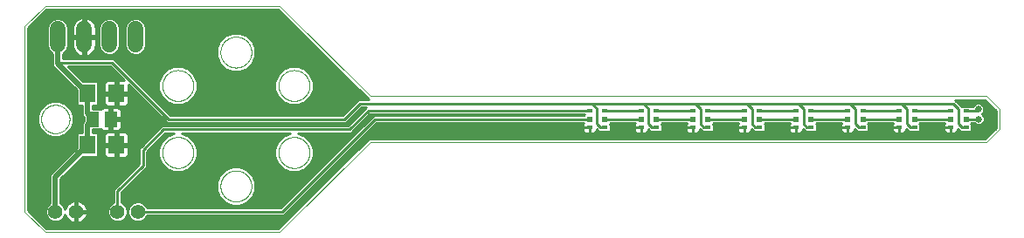
<source format=gtl>
G75*
%MOIN*%
%OFA0B0*%
%FSLAX25Y25*%
%IPPOS*%
%LPD*%
%AMOC8*
5,1,8,0,0,1.08239X$1,22.5*
%
%ADD10C,0.00000*%
%ADD11C,0.06000*%
%ADD12R,0.02362X0.01378*%
%ADD13R,0.02362X0.01969*%
%ADD14R,0.06299X0.07087*%
%ADD15R,0.05118X0.05906*%
%ADD16C,0.05600*%
%ADD17C,0.01000*%
%ADD18C,0.02000*%
%ADD19C,0.02578*%
D10*
X0031028Y0034965D02*
X0038902Y0027091D01*
X0128469Y0027091D01*
X0162917Y0061539D01*
X0398154Y0061539D01*
X0403075Y0066461D01*
X0403075Y0074335D01*
X0398154Y0079256D01*
X0162917Y0079256D01*
X0128469Y0113705D01*
X0038902Y0113705D01*
X0031028Y0105831D01*
X0031028Y0034965D01*
X0105830Y0044807D02*
X0105832Y0044960D01*
X0105838Y0045114D01*
X0105848Y0045267D01*
X0105862Y0045419D01*
X0105880Y0045572D01*
X0105902Y0045723D01*
X0105927Y0045874D01*
X0105957Y0046025D01*
X0105991Y0046175D01*
X0106028Y0046323D01*
X0106069Y0046471D01*
X0106114Y0046617D01*
X0106163Y0046763D01*
X0106216Y0046907D01*
X0106272Y0047049D01*
X0106332Y0047190D01*
X0106396Y0047330D01*
X0106463Y0047468D01*
X0106534Y0047604D01*
X0106609Y0047738D01*
X0106686Y0047870D01*
X0106768Y0048000D01*
X0106852Y0048128D01*
X0106940Y0048254D01*
X0107031Y0048377D01*
X0107125Y0048498D01*
X0107223Y0048616D01*
X0107323Y0048732D01*
X0107427Y0048845D01*
X0107533Y0048956D01*
X0107642Y0049064D01*
X0107754Y0049169D01*
X0107868Y0049270D01*
X0107986Y0049369D01*
X0108105Y0049465D01*
X0108227Y0049558D01*
X0108352Y0049647D01*
X0108479Y0049734D01*
X0108608Y0049816D01*
X0108739Y0049896D01*
X0108872Y0049972D01*
X0109007Y0050045D01*
X0109144Y0050114D01*
X0109283Y0050179D01*
X0109423Y0050241D01*
X0109565Y0050299D01*
X0109708Y0050354D01*
X0109853Y0050405D01*
X0109999Y0050452D01*
X0110146Y0050495D01*
X0110294Y0050534D01*
X0110443Y0050570D01*
X0110593Y0050601D01*
X0110744Y0050629D01*
X0110895Y0050653D01*
X0111048Y0050673D01*
X0111200Y0050689D01*
X0111353Y0050701D01*
X0111506Y0050709D01*
X0111659Y0050713D01*
X0111813Y0050713D01*
X0111966Y0050709D01*
X0112119Y0050701D01*
X0112272Y0050689D01*
X0112424Y0050673D01*
X0112577Y0050653D01*
X0112728Y0050629D01*
X0112879Y0050601D01*
X0113029Y0050570D01*
X0113178Y0050534D01*
X0113326Y0050495D01*
X0113473Y0050452D01*
X0113619Y0050405D01*
X0113764Y0050354D01*
X0113907Y0050299D01*
X0114049Y0050241D01*
X0114189Y0050179D01*
X0114328Y0050114D01*
X0114465Y0050045D01*
X0114600Y0049972D01*
X0114733Y0049896D01*
X0114864Y0049816D01*
X0114993Y0049734D01*
X0115120Y0049647D01*
X0115245Y0049558D01*
X0115367Y0049465D01*
X0115486Y0049369D01*
X0115604Y0049270D01*
X0115718Y0049169D01*
X0115830Y0049064D01*
X0115939Y0048956D01*
X0116045Y0048845D01*
X0116149Y0048732D01*
X0116249Y0048616D01*
X0116347Y0048498D01*
X0116441Y0048377D01*
X0116532Y0048254D01*
X0116620Y0048128D01*
X0116704Y0048000D01*
X0116786Y0047870D01*
X0116863Y0047738D01*
X0116938Y0047604D01*
X0117009Y0047468D01*
X0117076Y0047330D01*
X0117140Y0047190D01*
X0117200Y0047049D01*
X0117256Y0046907D01*
X0117309Y0046763D01*
X0117358Y0046617D01*
X0117403Y0046471D01*
X0117444Y0046323D01*
X0117481Y0046175D01*
X0117515Y0046025D01*
X0117545Y0045874D01*
X0117570Y0045723D01*
X0117592Y0045572D01*
X0117610Y0045419D01*
X0117624Y0045267D01*
X0117634Y0045114D01*
X0117640Y0044960D01*
X0117642Y0044807D01*
X0117640Y0044654D01*
X0117634Y0044500D01*
X0117624Y0044347D01*
X0117610Y0044195D01*
X0117592Y0044042D01*
X0117570Y0043891D01*
X0117545Y0043740D01*
X0117515Y0043589D01*
X0117481Y0043439D01*
X0117444Y0043291D01*
X0117403Y0043143D01*
X0117358Y0042997D01*
X0117309Y0042851D01*
X0117256Y0042707D01*
X0117200Y0042565D01*
X0117140Y0042424D01*
X0117076Y0042284D01*
X0117009Y0042146D01*
X0116938Y0042010D01*
X0116863Y0041876D01*
X0116786Y0041744D01*
X0116704Y0041614D01*
X0116620Y0041486D01*
X0116532Y0041360D01*
X0116441Y0041237D01*
X0116347Y0041116D01*
X0116249Y0040998D01*
X0116149Y0040882D01*
X0116045Y0040769D01*
X0115939Y0040658D01*
X0115830Y0040550D01*
X0115718Y0040445D01*
X0115604Y0040344D01*
X0115486Y0040245D01*
X0115367Y0040149D01*
X0115245Y0040056D01*
X0115120Y0039967D01*
X0114993Y0039880D01*
X0114864Y0039798D01*
X0114733Y0039718D01*
X0114600Y0039642D01*
X0114465Y0039569D01*
X0114328Y0039500D01*
X0114189Y0039435D01*
X0114049Y0039373D01*
X0113907Y0039315D01*
X0113764Y0039260D01*
X0113619Y0039209D01*
X0113473Y0039162D01*
X0113326Y0039119D01*
X0113178Y0039080D01*
X0113029Y0039044D01*
X0112879Y0039013D01*
X0112728Y0038985D01*
X0112577Y0038961D01*
X0112424Y0038941D01*
X0112272Y0038925D01*
X0112119Y0038913D01*
X0111966Y0038905D01*
X0111813Y0038901D01*
X0111659Y0038901D01*
X0111506Y0038905D01*
X0111353Y0038913D01*
X0111200Y0038925D01*
X0111048Y0038941D01*
X0110895Y0038961D01*
X0110744Y0038985D01*
X0110593Y0039013D01*
X0110443Y0039044D01*
X0110294Y0039080D01*
X0110146Y0039119D01*
X0109999Y0039162D01*
X0109853Y0039209D01*
X0109708Y0039260D01*
X0109565Y0039315D01*
X0109423Y0039373D01*
X0109283Y0039435D01*
X0109144Y0039500D01*
X0109007Y0039569D01*
X0108872Y0039642D01*
X0108739Y0039718D01*
X0108608Y0039798D01*
X0108479Y0039880D01*
X0108352Y0039967D01*
X0108227Y0040056D01*
X0108105Y0040149D01*
X0107986Y0040245D01*
X0107868Y0040344D01*
X0107754Y0040445D01*
X0107642Y0040550D01*
X0107533Y0040658D01*
X0107427Y0040769D01*
X0107323Y0040882D01*
X0107223Y0040998D01*
X0107125Y0041116D01*
X0107031Y0041237D01*
X0106940Y0041360D01*
X0106852Y0041486D01*
X0106768Y0041614D01*
X0106686Y0041744D01*
X0106609Y0041876D01*
X0106534Y0042010D01*
X0106463Y0042146D01*
X0106396Y0042284D01*
X0106332Y0042424D01*
X0106272Y0042565D01*
X0106216Y0042707D01*
X0106163Y0042851D01*
X0106114Y0042997D01*
X0106069Y0043143D01*
X0106028Y0043291D01*
X0105991Y0043439D01*
X0105957Y0043589D01*
X0105927Y0043740D01*
X0105902Y0043891D01*
X0105880Y0044042D01*
X0105862Y0044195D01*
X0105848Y0044347D01*
X0105838Y0044500D01*
X0105832Y0044654D01*
X0105830Y0044807D01*
X0083665Y0057602D02*
X0083667Y0057755D01*
X0083673Y0057909D01*
X0083683Y0058062D01*
X0083697Y0058214D01*
X0083715Y0058367D01*
X0083737Y0058518D01*
X0083762Y0058669D01*
X0083792Y0058820D01*
X0083826Y0058970D01*
X0083863Y0059118D01*
X0083904Y0059266D01*
X0083949Y0059412D01*
X0083998Y0059558D01*
X0084051Y0059702D01*
X0084107Y0059844D01*
X0084167Y0059985D01*
X0084231Y0060125D01*
X0084298Y0060263D01*
X0084369Y0060399D01*
X0084444Y0060533D01*
X0084521Y0060665D01*
X0084603Y0060795D01*
X0084687Y0060923D01*
X0084775Y0061049D01*
X0084866Y0061172D01*
X0084960Y0061293D01*
X0085058Y0061411D01*
X0085158Y0061527D01*
X0085262Y0061640D01*
X0085368Y0061751D01*
X0085477Y0061859D01*
X0085589Y0061964D01*
X0085703Y0062065D01*
X0085821Y0062164D01*
X0085940Y0062260D01*
X0086062Y0062353D01*
X0086187Y0062442D01*
X0086314Y0062529D01*
X0086443Y0062611D01*
X0086574Y0062691D01*
X0086707Y0062767D01*
X0086842Y0062840D01*
X0086979Y0062909D01*
X0087118Y0062974D01*
X0087258Y0063036D01*
X0087400Y0063094D01*
X0087543Y0063149D01*
X0087688Y0063200D01*
X0087834Y0063247D01*
X0087981Y0063290D01*
X0088129Y0063329D01*
X0088278Y0063365D01*
X0088428Y0063396D01*
X0088579Y0063424D01*
X0088730Y0063448D01*
X0088883Y0063468D01*
X0089035Y0063484D01*
X0089188Y0063496D01*
X0089341Y0063504D01*
X0089494Y0063508D01*
X0089648Y0063508D01*
X0089801Y0063504D01*
X0089954Y0063496D01*
X0090107Y0063484D01*
X0090259Y0063468D01*
X0090412Y0063448D01*
X0090563Y0063424D01*
X0090714Y0063396D01*
X0090864Y0063365D01*
X0091013Y0063329D01*
X0091161Y0063290D01*
X0091308Y0063247D01*
X0091454Y0063200D01*
X0091599Y0063149D01*
X0091742Y0063094D01*
X0091884Y0063036D01*
X0092024Y0062974D01*
X0092163Y0062909D01*
X0092300Y0062840D01*
X0092435Y0062767D01*
X0092568Y0062691D01*
X0092699Y0062611D01*
X0092828Y0062529D01*
X0092955Y0062442D01*
X0093080Y0062353D01*
X0093202Y0062260D01*
X0093321Y0062164D01*
X0093439Y0062065D01*
X0093553Y0061964D01*
X0093665Y0061859D01*
X0093774Y0061751D01*
X0093880Y0061640D01*
X0093984Y0061527D01*
X0094084Y0061411D01*
X0094182Y0061293D01*
X0094276Y0061172D01*
X0094367Y0061049D01*
X0094455Y0060923D01*
X0094539Y0060795D01*
X0094621Y0060665D01*
X0094698Y0060533D01*
X0094773Y0060399D01*
X0094844Y0060263D01*
X0094911Y0060125D01*
X0094975Y0059985D01*
X0095035Y0059844D01*
X0095091Y0059702D01*
X0095144Y0059558D01*
X0095193Y0059412D01*
X0095238Y0059266D01*
X0095279Y0059118D01*
X0095316Y0058970D01*
X0095350Y0058820D01*
X0095380Y0058669D01*
X0095405Y0058518D01*
X0095427Y0058367D01*
X0095445Y0058214D01*
X0095459Y0058062D01*
X0095469Y0057909D01*
X0095475Y0057755D01*
X0095477Y0057602D01*
X0095475Y0057449D01*
X0095469Y0057295D01*
X0095459Y0057142D01*
X0095445Y0056990D01*
X0095427Y0056837D01*
X0095405Y0056686D01*
X0095380Y0056535D01*
X0095350Y0056384D01*
X0095316Y0056234D01*
X0095279Y0056086D01*
X0095238Y0055938D01*
X0095193Y0055792D01*
X0095144Y0055646D01*
X0095091Y0055502D01*
X0095035Y0055360D01*
X0094975Y0055219D01*
X0094911Y0055079D01*
X0094844Y0054941D01*
X0094773Y0054805D01*
X0094698Y0054671D01*
X0094621Y0054539D01*
X0094539Y0054409D01*
X0094455Y0054281D01*
X0094367Y0054155D01*
X0094276Y0054032D01*
X0094182Y0053911D01*
X0094084Y0053793D01*
X0093984Y0053677D01*
X0093880Y0053564D01*
X0093774Y0053453D01*
X0093665Y0053345D01*
X0093553Y0053240D01*
X0093439Y0053139D01*
X0093321Y0053040D01*
X0093202Y0052944D01*
X0093080Y0052851D01*
X0092955Y0052762D01*
X0092828Y0052675D01*
X0092699Y0052593D01*
X0092568Y0052513D01*
X0092435Y0052437D01*
X0092300Y0052364D01*
X0092163Y0052295D01*
X0092024Y0052230D01*
X0091884Y0052168D01*
X0091742Y0052110D01*
X0091599Y0052055D01*
X0091454Y0052004D01*
X0091308Y0051957D01*
X0091161Y0051914D01*
X0091013Y0051875D01*
X0090864Y0051839D01*
X0090714Y0051808D01*
X0090563Y0051780D01*
X0090412Y0051756D01*
X0090259Y0051736D01*
X0090107Y0051720D01*
X0089954Y0051708D01*
X0089801Y0051700D01*
X0089648Y0051696D01*
X0089494Y0051696D01*
X0089341Y0051700D01*
X0089188Y0051708D01*
X0089035Y0051720D01*
X0088883Y0051736D01*
X0088730Y0051756D01*
X0088579Y0051780D01*
X0088428Y0051808D01*
X0088278Y0051839D01*
X0088129Y0051875D01*
X0087981Y0051914D01*
X0087834Y0051957D01*
X0087688Y0052004D01*
X0087543Y0052055D01*
X0087400Y0052110D01*
X0087258Y0052168D01*
X0087118Y0052230D01*
X0086979Y0052295D01*
X0086842Y0052364D01*
X0086707Y0052437D01*
X0086574Y0052513D01*
X0086443Y0052593D01*
X0086314Y0052675D01*
X0086187Y0052762D01*
X0086062Y0052851D01*
X0085940Y0052944D01*
X0085821Y0053040D01*
X0085703Y0053139D01*
X0085589Y0053240D01*
X0085477Y0053345D01*
X0085368Y0053453D01*
X0085262Y0053564D01*
X0085158Y0053677D01*
X0085058Y0053793D01*
X0084960Y0053911D01*
X0084866Y0054032D01*
X0084775Y0054155D01*
X0084687Y0054281D01*
X0084603Y0054409D01*
X0084521Y0054539D01*
X0084444Y0054671D01*
X0084369Y0054805D01*
X0084298Y0054941D01*
X0084231Y0055079D01*
X0084167Y0055219D01*
X0084107Y0055360D01*
X0084051Y0055502D01*
X0083998Y0055646D01*
X0083949Y0055792D01*
X0083904Y0055938D01*
X0083863Y0056086D01*
X0083826Y0056234D01*
X0083792Y0056384D01*
X0083762Y0056535D01*
X0083737Y0056686D01*
X0083715Y0056837D01*
X0083697Y0056990D01*
X0083683Y0057142D01*
X0083673Y0057295D01*
X0083667Y0057449D01*
X0083665Y0057602D01*
X0037426Y0070398D02*
X0037428Y0070545D01*
X0037434Y0070691D01*
X0037444Y0070837D01*
X0037458Y0070983D01*
X0037476Y0071129D01*
X0037497Y0071274D01*
X0037523Y0071418D01*
X0037553Y0071562D01*
X0037586Y0071704D01*
X0037623Y0071846D01*
X0037664Y0071987D01*
X0037709Y0072126D01*
X0037758Y0072265D01*
X0037810Y0072402D01*
X0037867Y0072537D01*
X0037926Y0072671D01*
X0037990Y0072803D01*
X0038057Y0072933D01*
X0038127Y0073062D01*
X0038201Y0073189D01*
X0038278Y0073313D01*
X0038359Y0073436D01*
X0038443Y0073556D01*
X0038530Y0073674D01*
X0038620Y0073789D01*
X0038713Y0073902D01*
X0038810Y0074013D01*
X0038909Y0074121D01*
X0039011Y0074226D01*
X0039116Y0074328D01*
X0039224Y0074427D01*
X0039335Y0074524D01*
X0039448Y0074617D01*
X0039563Y0074707D01*
X0039681Y0074794D01*
X0039801Y0074878D01*
X0039924Y0074959D01*
X0040048Y0075036D01*
X0040175Y0075110D01*
X0040304Y0075180D01*
X0040434Y0075247D01*
X0040566Y0075311D01*
X0040700Y0075370D01*
X0040835Y0075427D01*
X0040972Y0075479D01*
X0041111Y0075528D01*
X0041250Y0075573D01*
X0041391Y0075614D01*
X0041533Y0075651D01*
X0041675Y0075684D01*
X0041819Y0075714D01*
X0041963Y0075740D01*
X0042108Y0075761D01*
X0042254Y0075779D01*
X0042400Y0075793D01*
X0042546Y0075803D01*
X0042692Y0075809D01*
X0042839Y0075811D01*
X0042986Y0075809D01*
X0043132Y0075803D01*
X0043278Y0075793D01*
X0043424Y0075779D01*
X0043570Y0075761D01*
X0043715Y0075740D01*
X0043859Y0075714D01*
X0044003Y0075684D01*
X0044145Y0075651D01*
X0044287Y0075614D01*
X0044428Y0075573D01*
X0044567Y0075528D01*
X0044706Y0075479D01*
X0044843Y0075427D01*
X0044978Y0075370D01*
X0045112Y0075311D01*
X0045244Y0075247D01*
X0045374Y0075180D01*
X0045503Y0075110D01*
X0045630Y0075036D01*
X0045754Y0074959D01*
X0045877Y0074878D01*
X0045997Y0074794D01*
X0046115Y0074707D01*
X0046230Y0074617D01*
X0046343Y0074524D01*
X0046454Y0074427D01*
X0046562Y0074328D01*
X0046667Y0074226D01*
X0046769Y0074121D01*
X0046868Y0074013D01*
X0046965Y0073902D01*
X0047058Y0073789D01*
X0047148Y0073674D01*
X0047235Y0073556D01*
X0047319Y0073436D01*
X0047400Y0073313D01*
X0047477Y0073189D01*
X0047551Y0073062D01*
X0047621Y0072933D01*
X0047688Y0072803D01*
X0047752Y0072671D01*
X0047811Y0072537D01*
X0047868Y0072402D01*
X0047920Y0072265D01*
X0047969Y0072126D01*
X0048014Y0071987D01*
X0048055Y0071846D01*
X0048092Y0071704D01*
X0048125Y0071562D01*
X0048155Y0071418D01*
X0048181Y0071274D01*
X0048202Y0071129D01*
X0048220Y0070983D01*
X0048234Y0070837D01*
X0048244Y0070691D01*
X0048250Y0070545D01*
X0048252Y0070398D01*
X0048250Y0070251D01*
X0048244Y0070105D01*
X0048234Y0069959D01*
X0048220Y0069813D01*
X0048202Y0069667D01*
X0048181Y0069522D01*
X0048155Y0069378D01*
X0048125Y0069234D01*
X0048092Y0069092D01*
X0048055Y0068950D01*
X0048014Y0068809D01*
X0047969Y0068670D01*
X0047920Y0068531D01*
X0047868Y0068394D01*
X0047811Y0068259D01*
X0047752Y0068125D01*
X0047688Y0067993D01*
X0047621Y0067863D01*
X0047551Y0067734D01*
X0047477Y0067607D01*
X0047400Y0067483D01*
X0047319Y0067360D01*
X0047235Y0067240D01*
X0047148Y0067122D01*
X0047058Y0067007D01*
X0046965Y0066894D01*
X0046868Y0066783D01*
X0046769Y0066675D01*
X0046667Y0066570D01*
X0046562Y0066468D01*
X0046454Y0066369D01*
X0046343Y0066272D01*
X0046230Y0066179D01*
X0046115Y0066089D01*
X0045997Y0066002D01*
X0045877Y0065918D01*
X0045754Y0065837D01*
X0045630Y0065760D01*
X0045503Y0065686D01*
X0045374Y0065616D01*
X0045244Y0065549D01*
X0045112Y0065485D01*
X0044978Y0065426D01*
X0044843Y0065369D01*
X0044706Y0065317D01*
X0044567Y0065268D01*
X0044428Y0065223D01*
X0044287Y0065182D01*
X0044145Y0065145D01*
X0044003Y0065112D01*
X0043859Y0065082D01*
X0043715Y0065056D01*
X0043570Y0065035D01*
X0043424Y0065017D01*
X0043278Y0065003D01*
X0043132Y0064993D01*
X0042986Y0064987D01*
X0042839Y0064985D01*
X0042692Y0064987D01*
X0042546Y0064993D01*
X0042400Y0065003D01*
X0042254Y0065017D01*
X0042108Y0065035D01*
X0041963Y0065056D01*
X0041819Y0065082D01*
X0041675Y0065112D01*
X0041533Y0065145D01*
X0041391Y0065182D01*
X0041250Y0065223D01*
X0041111Y0065268D01*
X0040972Y0065317D01*
X0040835Y0065369D01*
X0040700Y0065426D01*
X0040566Y0065485D01*
X0040434Y0065549D01*
X0040304Y0065616D01*
X0040175Y0065686D01*
X0040048Y0065760D01*
X0039924Y0065837D01*
X0039801Y0065918D01*
X0039681Y0066002D01*
X0039563Y0066089D01*
X0039448Y0066179D01*
X0039335Y0066272D01*
X0039224Y0066369D01*
X0039116Y0066468D01*
X0039011Y0066570D01*
X0038909Y0066675D01*
X0038810Y0066783D01*
X0038713Y0066894D01*
X0038620Y0067007D01*
X0038530Y0067122D01*
X0038443Y0067240D01*
X0038359Y0067360D01*
X0038278Y0067483D01*
X0038201Y0067607D01*
X0038127Y0067734D01*
X0038057Y0067863D01*
X0037990Y0067993D01*
X0037926Y0068125D01*
X0037867Y0068259D01*
X0037810Y0068394D01*
X0037758Y0068531D01*
X0037709Y0068670D01*
X0037664Y0068809D01*
X0037623Y0068950D01*
X0037586Y0069092D01*
X0037553Y0069234D01*
X0037523Y0069378D01*
X0037497Y0069522D01*
X0037476Y0069667D01*
X0037458Y0069813D01*
X0037444Y0069959D01*
X0037434Y0070105D01*
X0037428Y0070251D01*
X0037426Y0070398D01*
X0083665Y0083193D02*
X0083667Y0083346D01*
X0083673Y0083500D01*
X0083683Y0083653D01*
X0083697Y0083805D01*
X0083715Y0083958D01*
X0083737Y0084109D01*
X0083762Y0084260D01*
X0083792Y0084411D01*
X0083826Y0084561D01*
X0083863Y0084709D01*
X0083904Y0084857D01*
X0083949Y0085003D01*
X0083998Y0085149D01*
X0084051Y0085293D01*
X0084107Y0085435D01*
X0084167Y0085576D01*
X0084231Y0085716D01*
X0084298Y0085854D01*
X0084369Y0085990D01*
X0084444Y0086124D01*
X0084521Y0086256D01*
X0084603Y0086386D01*
X0084687Y0086514D01*
X0084775Y0086640D01*
X0084866Y0086763D01*
X0084960Y0086884D01*
X0085058Y0087002D01*
X0085158Y0087118D01*
X0085262Y0087231D01*
X0085368Y0087342D01*
X0085477Y0087450D01*
X0085589Y0087555D01*
X0085703Y0087656D01*
X0085821Y0087755D01*
X0085940Y0087851D01*
X0086062Y0087944D01*
X0086187Y0088033D01*
X0086314Y0088120D01*
X0086443Y0088202D01*
X0086574Y0088282D01*
X0086707Y0088358D01*
X0086842Y0088431D01*
X0086979Y0088500D01*
X0087118Y0088565D01*
X0087258Y0088627D01*
X0087400Y0088685D01*
X0087543Y0088740D01*
X0087688Y0088791D01*
X0087834Y0088838D01*
X0087981Y0088881D01*
X0088129Y0088920D01*
X0088278Y0088956D01*
X0088428Y0088987D01*
X0088579Y0089015D01*
X0088730Y0089039D01*
X0088883Y0089059D01*
X0089035Y0089075D01*
X0089188Y0089087D01*
X0089341Y0089095D01*
X0089494Y0089099D01*
X0089648Y0089099D01*
X0089801Y0089095D01*
X0089954Y0089087D01*
X0090107Y0089075D01*
X0090259Y0089059D01*
X0090412Y0089039D01*
X0090563Y0089015D01*
X0090714Y0088987D01*
X0090864Y0088956D01*
X0091013Y0088920D01*
X0091161Y0088881D01*
X0091308Y0088838D01*
X0091454Y0088791D01*
X0091599Y0088740D01*
X0091742Y0088685D01*
X0091884Y0088627D01*
X0092024Y0088565D01*
X0092163Y0088500D01*
X0092300Y0088431D01*
X0092435Y0088358D01*
X0092568Y0088282D01*
X0092699Y0088202D01*
X0092828Y0088120D01*
X0092955Y0088033D01*
X0093080Y0087944D01*
X0093202Y0087851D01*
X0093321Y0087755D01*
X0093439Y0087656D01*
X0093553Y0087555D01*
X0093665Y0087450D01*
X0093774Y0087342D01*
X0093880Y0087231D01*
X0093984Y0087118D01*
X0094084Y0087002D01*
X0094182Y0086884D01*
X0094276Y0086763D01*
X0094367Y0086640D01*
X0094455Y0086514D01*
X0094539Y0086386D01*
X0094621Y0086256D01*
X0094698Y0086124D01*
X0094773Y0085990D01*
X0094844Y0085854D01*
X0094911Y0085716D01*
X0094975Y0085576D01*
X0095035Y0085435D01*
X0095091Y0085293D01*
X0095144Y0085149D01*
X0095193Y0085003D01*
X0095238Y0084857D01*
X0095279Y0084709D01*
X0095316Y0084561D01*
X0095350Y0084411D01*
X0095380Y0084260D01*
X0095405Y0084109D01*
X0095427Y0083958D01*
X0095445Y0083805D01*
X0095459Y0083653D01*
X0095469Y0083500D01*
X0095475Y0083346D01*
X0095477Y0083193D01*
X0095475Y0083040D01*
X0095469Y0082886D01*
X0095459Y0082733D01*
X0095445Y0082581D01*
X0095427Y0082428D01*
X0095405Y0082277D01*
X0095380Y0082126D01*
X0095350Y0081975D01*
X0095316Y0081825D01*
X0095279Y0081677D01*
X0095238Y0081529D01*
X0095193Y0081383D01*
X0095144Y0081237D01*
X0095091Y0081093D01*
X0095035Y0080951D01*
X0094975Y0080810D01*
X0094911Y0080670D01*
X0094844Y0080532D01*
X0094773Y0080396D01*
X0094698Y0080262D01*
X0094621Y0080130D01*
X0094539Y0080000D01*
X0094455Y0079872D01*
X0094367Y0079746D01*
X0094276Y0079623D01*
X0094182Y0079502D01*
X0094084Y0079384D01*
X0093984Y0079268D01*
X0093880Y0079155D01*
X0093774Y0079044D01*
X0093665Y0078936D01*
X0093553Y0078831D01*
X0093439Y0078730D01*
X0093321Y0078631D01*
X0093202Y0078535D01*
X0093080Y0078442D01*
X0092955Y0078353D01*
X0092828Y0078266D01*
X0092699Y0078184D01*
X0092568Y0078104D01*
X0092435Y0078028D01*
X0092300Y0077955D01*
X0092163Y0077886D01*
X0092024Y0077821D01*
X0091884Y0077759D01*
X0091742Y0077701D01*
X0091599Y0077646D01*
X0091454Y0077595D01*
X0091308Y0077548D01*
X0091161Y0077505D01*
X0091013Y0077466D01*
X0090864Y0077430D01*
X0090714Y0077399D01*
X0090563Y0077371D01*
X0090412Y0077347D01*
X0090259Y0077327D01*
X0090107Y0077311D01*
X0089954Y0077299D01*
X0089801Y0077291D01*
X0089648Y0077287D01*
X0089494Y0077287D01*
X0089341Y0077291D01*
X0089188Y0077299D01*
X0089035Y0077311D01*
X0088883Y0077327D01*
X0088730Y0077347D01*
X0088579Y0077371D01*
X0088428Y0077399D01*
X0088278Y0077430D01*
X0088129Y0077466D01*
X0087981Y0077505D01*
X0087834Y0077548D01*
X0087688Y0077595D01*
X0087543Y0077646D01*
X0087400Y0077701D01*
X0087258Y0077759D01*
X0087118Y0077821D01*
X0086979Y0077886D01*
X0086842Y0077955D01*
X0086707Y0078028D01*
X0086574Y0078104D01*
X0086443Y0078184D01*
X0086314Y0078266D01*
X0086187Y0078353D01*
X0086062Y0078442D01*
X0085940Y0078535D01*
X0085821Y0078631D01*
X0085703Y0078730D01*
X0085589Y0078831D01*
X0085477Y0078936D01*
X0085368Y0079044D01*
X0085262Y0079155D01*
X0085158Y0079268D01*
X0085058Y0079384D01*
X0084960Y0079502D01*
X0084866Y0079623D01*
X0084775Y0079746D01*
X0084687Y0079872D01*
X0084603Y0080000D01*
X0084521Y0080130D01*
X0084444Y0080262D01*
X0084369Y0080396D01*
X0084298Y0080532D01*
X0084231Y0080670D01*
X0084167Y0080810D01*
X0084107Y0080951D01*
X0084051Y0081093D01*
X0083998Y0081237D01*
X0083949Y0081383D01*
X0083904Y0081529D01*
X0083863Y0081677D01*
X0083826Y0081825D01*
X0083792Y0081975D01*
X0083762Y0082126D01*
X0083737Y0082277D01*
X0083715Y0082428D01*
X0083697Y0082581D01*
X0083683Y0082733D01*
X0083673Y0082886D01*
X0083667Y0083040D01*
X0083665Y0083193D01*
X0105830Y0095988D02*
X0105832Y0096141D01*
X0105838Y0096295D01*
X0105848Y0096448D01*
X0105862Y0096600D01*
X0105880Y0096753D01*
X0105902Y0096904D01*
X0105927Y0097055D01*
X0105957Y0097206D01*
X0105991Y0097356D01*
X0106028Y0097504D01*
X0106069Y0097652D01*
X0106114Y0097798D01*
X0106163Y0097944D01*
X0106216Y0098088D01*
X0106272Y0098230D01*
X0106332Y0098371D01*
X0106396Y0098511D01*
X0106463Y0098649D01*
X0106534Y0098785D01*
X0106609Y0098919D01*
X0106686Y0099051D01*
X0106768Y0099181D01*
X0106852Y0099309D01*
X0106940Y0099435D01*
X0107031Y0099558D01*
X0107125Y0099679D01*
X0107223Y0099797D01*
X0107323Y0099913D01*
X0107427Y0100026D01*
X0107533Y0100137D01*
X0107642Y0100245D01*
X0107754Y0100350D01*
X0107868Y0100451D01*
X0107986Y0100550D01*
X0108105Y0100646D01*
X0108227Y0100739D01*
X0108352Y0100828D01*
X0108479Y0100915D01*
X0108608Y0100997D01*
X0108739Y0101077D01*
X0108872Y0101153D01*
X0109007Y0101226D01*
X0109144Y0101295D01*
X0109283Y0101360D01*
X0109423Y0101422D01*
X0109565Y0101480D01*
X0109708Y0101535D01*
X0109853Y0101586D01*
X0109999Y0101633D01*
X0110146Y0101676D01*
X0110294Y0101715D01*
X0110443Y0101751D01*
X0110593Y0101782D01*
X0110744Y0101810D01*
X0110895Y0101834D01*
X0111048Y0101854D01*
X0111200Y0101870D01*
X0111353Y0101882D01*
X0111506Y0101890D01*
X0111659Y0101894D01*
X0111813Y0101894D01*
X0111966Y0101890D01*
X0112119Y0101882D01*
X0112272Y0101870D01*
X0112424Y0101854D01*
X0112577Y0101834D01*
X0112728Y0101810D01*
X0112879Y0101782D01*
X0113029Y0101751D01*
X0113178Y0101715D01*
X0113326Y0101676D01*
X0113473Y0101633D01*
X0113619Y0101586D01*
X0113764Y0101535D01*
X0113907Y0101480D01*
X0114049Y0101422D01*
X0114189Y0101360D01*
X0114328Y0101295D01*
X0114465Y0101226D01*
X0114600Y0101153D01*
X0114733Y0101077D01*
X0114864Y0100997D01*
X0114993Y0100915D01*
X0115120Y0100828D01*
X0115245Y0100739D01*
X0115367Y0100646D01*
X0115486Y0100550D01*
X0115604Y0100451D01*
X0115718Y0100350D01*
X0115830Y0100245D01*
X0115939Y0100137D01*
X0116045Y0100026D01*
X0116149Y0099913D01*
X0116249Y0099797D01*
X0116347Y0099679D01*
X0116441Y0099558D01*
X0116532Y0099435D01*
X0116620Y0099309D01*
X0116704Y0099181D01*
X0116786Y0099051D01*
X0116863Y0098919D01*
X0116938Y0098785D01*
X0117009Y0098649D01*
X0117076Y0098511D01*
X0117140Y0098371D01*
X0117200Y0098230D01*
X0117256Y0098088D01*
X0117309Y0097944D01*
X0117358Y0097798D01*
X0117403Y0097652D01*
X0117444Y0097504D01*
X0117481Y0097356D01*
X0117515Y0097206D01*
X0117545Y0097055D01*
X0117570Y0096904D01*
X0117592Y0096753D01*
X0117610Y0096600D01*
X0117624Y0096448D01*
X0117634Y0096295D01*
X0117640Y0096141D01*
X0117642Y0095988D01*
X0117640Y0095835D01*
X0117634Y0095681D01*
X0117624Y0095528D01*
X0117610Y0095376D01*
X0117592Y0095223D01*
X0117570Y0095072D01*
X0117545Y0094921D01*
X0117515Y0094770D01*
X0117481Y0094620D01*
X0117444Y0094472D01*
X0117403Y0094324D01*
X0117358Y0094178D01*
X0117309Y0094032D01*
X0117256Y0093888D01*
X0117200Y0093746D01*
X0117140Y0093605D01*
X0117076Y0093465D01*
X0117009Y0093327D01*
X0116938Y0093191D01*
X0116863Y0093057D01*
X0116786Y0092925D01*
X0116704Y0092795D01*
X0116620Y0092667D01*
X0116532Y0092541D01*
X0116441Y0092418D01*
X0116347Y0092297D01*
X0116249Y0092179D01*
X0116149Y0092063D01*
X0116045Y0091950D01*
X0115939Y0091839D01*
X0115830Y0091731D01*
X0115718Y0091626D01*
X0115604Y0091525D01*
X0115486Y0091426D01*
X0115367Y0091330D01*
X0115245Y0091237D01*
X0115120Y0091148D01*
X0114993Y0091061D01*
X0114864Y0090979D01*
X0114733Y0090899D01*
X0114600Y0090823D01*
X0114465Y0090750D01*
X0114328Y0090681D01*
X0114189Y0090616D01*
X0114049Y0090554D01*
X0113907Y0090496D01*
X0113764Y0090441D01*
X0113619Y0090390D01*
X0113473Y0090343D01*
X0113326Y0090300D01*
X0113178Y0090261D01*
X0113029Y0090225D01*
X0112879Y0090194D01*
X0112728Y0090166D01*
X0112577Y0090142D01*
X0112424Y0090122D01*
X0112272Y0090106D01*
X0112119Y0090094D01*
X0111966Y0090086D01*
X0111813Y0090082D01*
X0111659Y0090082D01*
X0111506Y0090086D01*
X0111353Y0090094D01*
X0111200Y0090106D01*
X0111048Y0090122D01*
X0110895Y0090142D01*
X0110744Y0090166D01*
X0110593Y0090194D01*
X0110443Y0090225D01*
X0110294Y0090261D01*
X0110146Y0090300D01*
X0109999Y0090343D01*
X0109853Y0090390D01*
X0109708Y0090441D01*
X0109565Y0090496D01*
X0109423Y0090554D01*
X0109283Y0090616D01*
X0109144Y0090681D01*
X0109007Y0090750D01*
X0108872Y0090823D01*
X0108739Y0090899D01*
X0108608Y0090979D01*
X0108479Y0091061D01*
X0108352Y0091148D01*
X0108227Y0091237D01*
X0108105Y0091330D01*
X0107986Y0091426D01*
X0107868Y0091525D01*
X0107754Y0091626D01*
X0107642Y0091731D01*
X0107533Y0091839D01*
X0107427Y0091950D01*
X0107323Y0092063D01*
X0107223Y0092179D01*
X0107125Y0092297D01*
X0107031Y0092418D01*
X0106940Y0092541D01*
X0106852Y0092667D01*
X0106768Y0092795D01*
X0106686Y0092925D01*
X0106609Y0093057D01*
X0106534Y0093191D01*
X0106463Y0093327D01*
X0106396Y0093465D01*
X0106332Y0093605D01*
X0106272Y0093746D01*
X0106216Y0093888D01*
X0106163Y0094032D01*
X0106114Y0094178D01*
X0106069Y0094324D01*
X0106028Y0094472D01*
X0105991Y0094620D01*
X0105957Y0094770D01*
X0105927Y0094921D01*
X0105902Y0095072D01*
X0105880Y0095223D01*
X0105862Y0095376D01*
X0105848Y0095528D01*
X0105838Y0095681D01*
X0105832Y0095835D01*
X0105830Y0095988D01*
X0127996Y0083193D02*
X0127998Y0083346D01*
X0128004Y0083500D01*
X0128014Y0083653D01*
X0128028Y0083805D01*
X0128046Y0083958D01*
X0128068Y0084109D01*
X0128093Y0084260D01*
X0128123Y0084411D01*
X0128157Y0084561D01*
X0128194Y0084709D01*
X0128235Y0084857D01*
X0128280Y0085003D01*
X0128329Y0085149D01*
X0128382Y0085293D01*
X0128438Y0085435D01*
X0128498Y0085576D01*
X0128562Y0085716D01*
X0128629Y0085854D01*
X0128700Y0085990D01*
X0128775Y0086124D01*
X0128852Y0086256D01*
X0128934Y0086386D01*
X0129018Y0086514D01*
X0129106Y0086640D01*
X0129197Y0086763D01*
X0129291Y0086884D01*
X0129389Y0087002D01*
X0129489Y0087118D01*
X0129593Y0087231D01*
X0129699Y0087342D01*
X0129808Y0087450D01*
X0129920Y0087555D01*
X0130034Y0087656D01*
X0130152Y0087755D01*
X0130271Y0087851D01*
X0130393Y0087944D01*
X0130518Y0088033D01*
X0130645Y0088120D01*
X0130774Y0088202D01*
X0130905Y0088282D01*
X0131038Y0088358D01*
X0131173Y0088431D01*
X0131310Y0088500D01*
X0131449Y0088565D01*
X0131589Y0088627D01*
X0131731Y0088685D01*
X0131874Y0088740D01*
X0132019Y0088791D01*
X0132165Y0088838D01*
X0132312Y0088881D01*
X0132460Y0088920D01*
X0132609Y0088956D01*
X0132759Y0088987D01*
X0132910Y0089015D01*
X0133061Y0089039D01*
X0133214Y0089059D01*
X0133366Y0089075D01*
X0133519Y0089087D01*
X0133672Y0089095D01*
X0133825Y0089099D01*
X0133979Y0089099D01*
X0134132Y0089095D01*
X0134285Y0089087D01*
X0134438Y0089075D01*
X0134590Y0089059D01*
X0134743Y0089039D01*
X0134894Y0089015D01*
X0135045Y0088987D01*
X0135195Y0088956D01*
X0135344Y0088920D01*
X0135492Y0088881D01*
X0135639Y0088838D01*
X0135785Y0088791D01*
X0135930Y0088740D01*
X0136073Y0088685D01*
X0136215Y0088627D01*
X0136355Y0088565D01*
X0136494Y0088500D01*
X0136631Y0088431D01*
X0136766Y0088358D01*
X0136899Y0088282D01*
X0137030Y0088202D01*
X0137159Y0088120D01*
X0137286Y0088033D01*
X0137411Y0087944D01*
X0137533Y0087851D01*
X0137652Y0087755D01*
X0137770Y0087656D01*
X0137884Y0087555D01*
X0137996Y0087450D01*
X0138105Y0087342D01*
X0138211Y0087231D01*
X0138315Y0087118D01*
X0138415Y0087002D01*
X0138513Y0086884D01*
X0138607Y0086763D01*
X0138698Y0086640D01*
X0138786Y0086514D01*
X0138870Y0086386D01*
X0138952Y0086256D01*
X0139029Y0086124D01*
X0139104Y0085990D01*
X0139175Y0085854D01*
X0139242Y0085716D01*
X0139306Y0085576D01*
X0139366Y0085435D01*
X0139422Y0085293D01*
X0139475Y0085149D01*
X0139524Y0085003D01*
X0139569Y0084857D01*
X0139610Y0084709D01*
X0139647Y0084561D01*
X0139681Y0084411D01*
X0139711Y0084260D01*
X0139736Y0084109D01*
X0139758Y0083958D01*
X0139776Y0083805D01*
X0139790Y0083653D01*
X0139800Y0083500D01*
X0139806Y0083346D01*
X0139808Y0083193D01*
X0139806Y0083040D01*
X0139800Y0082886D01*
X0139790Y0082733D01*
X0139776Y0082581D01*
X0139758Y0082428D01*
X0139736Y0082277D01*
X0139711Y0082126D01*
X0139681Y0081975D01*
X0139647Y0081825D01*
X0139610Y0081677D01*
X0139569Y0081529D01*
X0139524Y0081383D01*
X0139475Y0081237D01*
X0139422Y0081093D01*
X0139366Y0080951D01*
X0139306Y0080810D01*
X0139242Y0080670D01*
X0139175Y0080532D01*
X0139104Y0080396D01*
X0139029Y0080262D01*
X0138952Y0080130D01*
X0138870Y0080000D01*
X0138786Y0079872D01*
X0138698Y0079746D01*
X0138607Y0079623D01*
X0138513Y0079502D01*
X0138415Y0079384D01*
X0138315Y0079268D01*
X0138211Y0079155D01*
X0138105Y0079044D01*
X0137996Y0078936D01*
X0137884Y0078831D01*
X0137770Y0078730D01*
X0137652Y0078631D01*
X0137533Y0078535D01*
X0137411Y0078442D01*
X0137286Y0078353D01*
X0137159Y0078266D01*
X0137030Y0078184D01*
X0136899Y0078104D01*
X0136766Y0078028D01*
X0136631Y0077955D01*
X0136494Y0077886D01*
X0136355Y0077821D01*
X0136215Y0077759D01*
X0136073Y0077701D01*
X0135930Y0077646D01*
X0135785Y0077595D01*
X0135639Y0077548D01*
X0135492Y0077505D01*
X0135344Y0077466D01*
X0135195Y0077430D01*
X0135045Y0077399D01*
X0134894Y0077371D01*
X0134743Y0077347D01*
X0134590Y0077327D01*
X0134438Y0077311D01*
X0134285Y0077299D01*
X0134132Y0077291D01*
X0133979Y0077287D01*
X0133825Y0077287D01*
X0133672Y0077291D01*
X0133519Y0077299D01*
X0133366Y0077311D01*
X0133214Y0077327D01*
X0133061Y0077347D01*
X0132910Y0077371D01*
X0132759Y0077399D01*
X0132609Y0077430D01*
X0132460Y0077466D01*
X0132312Y0077505D01*
X0132165Y0077548D01*
X0132019Y0077595D01*
X0131874Y0077646D01*
X0131731Y0077701D01*
X0131589Y0077759D01*
X0131449Y0077821D01*
X0131310Y0077886D01*
X0131173Y0077955D01*
X0131038Y0078028D01*
X0130905Y0078104D01*
X0130774Y0078184D01*
X0130645Y0078266D01*
X0130518Y0078353D01*
X0130393Y0078442D01*
X0130271Y0078535D01*
X0130152Y0078631D01*
X0130034Y0078730D01*
X0129920Y0078831D01*
X0129808Y0078936D01*
X0129699Y0079044D01*
X0129593Y0079155D01*
X0129489Y0079268D01*
X0129389Y0079384D01*
X0129291Y0079502D01*
X0129197Y0079623D01*
X0129106Y0079746D01*
X0129018Y0079872D01*
X0128934Y0080000D01*
X0128852Y0080130D01*
X0128775Y0080262D01*
X0128700Y0080396D01*
X0128629Y0080532D01*
X0128562Y0080670D01*
X0128498Y0080810D01*
X0128438Y0080951D01*
X0128382Y0081093D01*
X0128329Y0081237D01*
X0128280Y0081383D01*
X0128235Y0081529D01*
X0128194Y0081677D01*
X0128157Y0081825D01*
X0128123Y0081975D01*
X0128093Y0082126D01*
X0128068Y0082277D01*
X0128046Y0082428D01*
X0128028Y0082581D01*
X0128014Y0082733D01*
X0128004Y0082886D01*
X0127998Y0083040D01*
X0127996Y0083193D01*
X0127996Y0057602D02*
X0127998Y0057755D01*
X0128004Y0057909D01*
X0128014Y0058062D01*
X0128028Y0058214D01*
X0128046Y0058367D01*
X0128068Y0058518D01*
X0128093Y0058669D01*
X0128123Y0058820D01*
X0128157Y0058970D01*
X0128194Y0059118D01*
X0128235Y0059266D01*
X0128280Y0059412D01*
X0128329Y0059558D01*
X0128382Y0059702D01*
X0128438Y0059844D01*
X0128498Y0059985D01*
X0128562Y0060125D01*
X0128629Y0060263D01*
X0128700Y0060399D01*
X0128775Y0060533D01*
X0128852Y0060665D01*
X0128934Y0060795D01*
X0129018Y0060923D01*
X0129106Y0061049D01*
X0129197Y0061172D01*
X0129291Y0061293D01*
X0129389Y0061411D01*
X0129489Y0061527D01*
X0129593Y0061640D01*
X0129699Y0061751D01*
X0129808Y0061859D01*
X0129920Y0061964D01*
X0130034Y0062065D01*
X0130152Y0062164D01*
X0130271Y0062260D01*
X0130393Y0062353D01*
X0130518Y0062442D01*
X0130645Y0062529D01*
X0130774Y0062611D01*
X0130905Y0062691D01*
X0131038Y0062767D01*
X0131173Y0062840D01*
X0131310Y0062909D01*
X0131449Y0062974D01*
X0131589Y0063036D01*
X0131731Y0063094D01*
X0131874Y0063149D01*
X0132019Y0063200D01*
X0132165Y0063247D01*
X0132312Y0063290D01*
X0132460Y0063329D01*
X0132609Y0063365D01*
X0132759Y0063396D01*
X0132910Y0063424D01*
X0133061Y0063448D01*
X0133214Y0063468D01*
X0133366Y0063484D01*
X0133519Y0063496D01*
X0133672Y0063504D01*
X0133825Y0063508D01*
X0133979Y0063508D01*
X0134132Y0063504D01*
X0134285Y0063496D01*
X0134438Y0063484D01*
X0134590Y0063468D01*
X0134743Y0063448D01*
X0134894Y0063424D01*
X0135045Y0063396D01*
X0135195Y0063365D01*
X0135344Y0063329D01*
X0135492Y0063290D01*
X0135639Y0063247D01*
X0135785Y0063200D01*
X0135930Y0063149D01*
X0136073Y0063094D01*
X0136215Y0063036D01*
X0136355Y0062974D01*
X0136494Y0062909D01*
X0136631Y0062840D01*
X0136766Y0062767D01*
X0136899Y0062691D01*
X0137030Y0062611D01*
X0137159Y0062529D01*
X0137286Y0062442D01*
X0137411Y0062353D01*
X0137533Y0062260D01*
X0137652Y0062164D01*
X0137770Y0062065D01*
X0137884Y0061964D01*
X0137996Y0061859D01*
X0138105Y0061751D01*
X0138211Y0061640D01*
X0138315Y0061527D01*
X0138415Y0061411D01*
X0138513Y0061293D01*
X0138607Y0061172D01*
X0138698Y0061049D01*
X0138786Y0060923D01*
X0138870Y0060795D01*
X0138952Y0060665D01*
X0139029Y0060533D01*
X0139104Y0060399D01*
X0139175Y0060263D01*
X0139242Y0060125D01*
X0139306Y0059985D01*
X0139366Y0059844D01*
X0139422Y0059702D01*
X0139475Y0059558D01*
X0139524Y0059412D01*
X0139569Y0059266D01*
X0139610Y0059118D01*
X0139647Y0058970D01*
X0139681Y0058820D01*
X0139711Y0058669D01*
X0139736Y0058518D01*
X0139758Y0058367D01*
X0139776Y0058214D01*
X0139790Y0058062D01*
X0139800Y0057909D01*
X0139806Y0057755D01*
X0139808Y0057602D01*
X0139806Y0057449D01*
X0139800Y0057295D01*
X0139790Y0057142D01*
X0139776Y0056990D01*
X0139758Y0056837D01*
X0139736Y0056686D01*
X0139711Y0056535D01*
X0139681Y0056384D01*
X0139647Y0056234D01*
X0139610Y0056086D01*
X0139569Y0055938D01*
X0139524Y0055792D01*
X0139475Y0055646D01*
X0139422Y0055502D01*
X0139366Y0055360D01*
X0139306Y0055219D01*
X0139242Y0055079D01*
X0139175Y0054941D01*
X0139104Y0054805D01*
X0139029Y0054671D01*
X0138952Y0054539D01*
X0138870Y0054409D01*
X0138786Y0054281D01*
X0138698Y0054155D01*
X0138607Y0054032D01*
X0138513Y0053911D01*
X0138415Y0053793D01*
X0138315Y0053677D01*
X0138211Y0053564D01*
X0138105Y0053453D01*
X0137996Y0053345D01*
X0137884Y0053240D01*
X0137770Y0053139D01*
X0137652Y0053040D01*
X0137533Y0052944D01*
X0137411Y0052851D01*
X0137286Y0052762D01*
X0137159Y0052675D01*
X0137030Y0052593D01*
X0136899Y0052513D01*
X0136766Y0052437D01*
X0136631Y0052364D01*
X0136494Y0052295D01*
X0136355Y0052230D01*
X0136215Y0052168D01*
X0136073Y0052110D01*
X0135930Y0052055D01*
X0135785Y0052004D01*
X0135639Y0051957D01*
X0135492Y0051914D01*
X0135344Y0051875D01*
X0135195Y0051839D01*
X0135045Y0051808D01*
X0134894Y0051780D01*
X0134743Y0051756D01*
X0134590Y0051736D01*
X0134438Y0051720D01*
X0134285Y0051708D01*
X0134132Y0051700D01*
X0133979Y0051696D01*
X0133825Y0051696D01*
X0133672Y0051700D01*
X0133519Y0051708D01*
X0133366Y0051720D01*
X0133214Y0051736D01*
X0133061Y0051756D01*
X0132910Y0051780D01*
X0132759Y0051808D01*
X0132609Y0051839D01*
X0132460Y0051875D01*
X0132312Y0051914D01*
X0132165Y0051957D01*
X0132019Y0052004D01*
X0131874Y0052055D01*
X0131731Y0052110D01*
X0131589Y0052168D01*
X0131449Y0052230D01*
X0131310Y0052295D01*
X0131173Y0052364D01*
X0131038Y0052437D01*
X0130905Y0052513D01*
X0130774Y0052593D01*
X0130645Y0052675D01*
X0130518Y0052762D01*
X0130393Y0052851D01*
X0130271Y0052944D01*
X0130152Y0053040D01*
X0130034Y0053139D01*
X0129920Y0053240D01*
X0129808Y0053345D01*
X0129699Y0053453D01*
X0129593Y0053564D01*
X0129489Y0053677D01*
X0129389Y0053793D01*
X0129291Y0053911D01*
X0129197Y0054032D01*
X0129106Y0054155D01*
X0129018Y0054281D01*
X0128934Y0054409D01*
X0128852Y0054539D01*
X0128775Y0054671D01*
X0128700Y0054805D01*
X0128629Y0054941D01*
X0128562Y0055079D01*
X0128498Y0055219D01*
X0128438Y0055360D01*
X0128382Y0055502D01*
X0128329Y0055646D01*
X0128280Y0055792D01*
X0128235Y0055938D01*
X0128194Y0056086D01*
X0128157Y0056234D01*
X0128123Y0056384D01*
X0128093Y0056535D01*
X0128068Y0056686D01*
X0128046Y0056837D01*
X0128028Y0056990D01*
X0128014Y0057142D01*
X0128004Y0057295D01*
X0127998Y0057449D01*
X0127996Y0057602D01*
D11*
X0073429Y0098894D02*
X0073429Y0104894D01*
X0063429Y0104894D02*
X0063429Y0098894D01*
X0053744Y0098894D02*
X0053744Y0104894D01*
X0043744Y0104894D02*
X0043744Y0098894D01*
D12*
X0246579Y0073646D03*
X0252484Y0073646D03*
X0266264Y0073646D03*
X0272169Y0073646D03*
X0285949Y0073646D03*
X0291854Y0073646D03*
X0305634Y0073646D03*
X0311539Y0073646D03*
X0325319Y0073646D03*
X0331224Y0073646D03*
X0345004Y0073646D03*
X0350909Y0073646D03*
X0364689Y0073646D03*
X0370594Y0073646D03*
X0384374Y0073646D03*
X0390280Y0073646D03*
X0390280Y0067150D03*
X0384374Y0067150D03*
X0370594Y0067150D03*
X0364689Y0067150D03*
X0350909Y0067150D03*
X0345004Y0067150D03*
X0331224Y0067150D03*
X0325319Y0067150D03*
X0311539Y0067150D03*
X0305634Y0067150D03*
X0291854Y0067150D03*
X0285949Y0067150D03*
X0272169Y0067150D03*
X0266264Y0067150D03*
X0252484Y0067150D03*
X0246579Y0067150D03*
D13*
X0246579Y0070398D03*
X0252484Y0070398D03*
X0266264Y0070398D03*
X0272169Y0070398D03*
X0285949Y0070398D03*
X0291854Y0070398D03*
X0305634Y0070398D03*
X0311539Y0070398D03*
X0325319Y0070398D03*
X0331224Y0070398D03*
X0345004Y0070398D03*
X0350909Y0070398D03*
X0364689Y0070398D03*
X0370594Y0070398D03*
X0384374Y0070398D03*
X0390280Y0070398D03*
D14*
X0066067Y0080240D03*
X0055043Y0080240D03*
X0055043Y0060555D03*
X0066067Y0060555D03*
D15*
X0063902Y0070398D03*
X0057209Y0070398D03*
D16*
X0050713Y0034965D03*
X0042839Y0034965D03*
X0066461Y0034965D03*
X0074335Y0034965D03*
D17*
X0129453Y0034965D01*
X0164886Y0070398D01*
X0246579Y0070398D01*
X0244747Y0072146D02*
X0244499Y0071898D01*
X0164264Y0071898D01*
X0128831Y0036465D01*
X0077826Y0036465D01*
X0077556Y0037117D01*
X0076487Y0038186D01*
X0075091Y0038765D01*
X0073579Y0038765D01*
X0072182Y0038186D01*
X0071113Y0037117D01*
X0070535Y0035720D01*
X0070535Y0034209D01*
X0071113Y0032812D01*
X0072182Y0031743D01*
X0073579Y0031165D01*
X0075091Y0031165D01*
X0076487Y0031743D01*
X0077556Y0032812D01*
X0077826Y0033465D01*
X0130074Y0033465D01*
X0165507Y0068898D01*
X0244335Y0068898D01*
X0244197Y0068760D01*
X0244000Y0068418D01*
X0243898Y0068036D01*
X0243898Y0067150D01*
X0246579Y0067150D01*
X0246579Y0067150D01*
X0246579Y0067149D02*
X0246579Y0064961D01*
X0247957Y0064961D01*
X0248339Y0065063D01*
X0248681Y0065260D01*
X0248960Y0065540D01*
X0249158Y0065882D01*
X0249260Y0066263D01*
X0249260Y0066579D01*
X0250190Y0065650D01*
X0250700Y0065650D01*
X0250889Y0065461D01*
X0254080Y0065461D01*
X0254665Y0066046D01*
X0254665Y0068253D01*
X0254292Y0068626D01*
X0254564Y0068898D01*
X0264020Y0068898D01*
X0263882Y0068760D01*
X0263685Y0068418D01*
X0263583Y0068036D01*
X0263583Y0067150D01*
X0266264Y0067150D01*
X0266264Y0067150D01*
X0266264Y0067149D02*
X0266264Y0064961D01*
X0267642Y0064961D01*
X0268024Y0065063D01*
X0268366Y0065260D01*
X0268645Y0065540D01*
X0268843Y0065882D01*
X0268945Y0066263D01*
X0268945Y0066579D01*
X0268996Y0066528D01*
X0269875Y0065650D01*
X0270385Y0065650D01*
X0270574Y0065461D01*
X0273765Y0065461D01*
X0274350Y0066046D01*
X0274350Y0068253D01*
X0273977Y0068626D01*
X0274249Y0068898D01*
X0283705Y0068898D01*
X0283567Y0068760D01*
X0283370Y0068418D01*
X0283268Y0068036D01*
X0283268Y0067150D01*
X0285949Y0067150D01*
X0285949Y0067150D01*
X0285949Y0067149D02*
X0285949Y0064961D01*
X0287327Y0064961D01*
X0287709Y0065063D01*
X0288051Y0065260D01*
X0288330Y0065540D01*
X0288528Y0065882D01*
X0288630Y0066263D01*
X0288630Y0066579D01*
X0289560Y0065650D01*
X0290070Y0065650D01*
X0290259Y0065461D01*
X0293450Y0065461D01*
X0294035Y0066046D01*
X0294035Y0068253D01*
X0293662Y0068626D01*
X0293934Y0068898D01*
X0303391Y0068898D01*
X0303252Y0068760D01*
X0303055Y0068418D01*
X0302953Y0068036D01*
X0302953Y0067150D01*
X0305634Y0067150D01*
X0305634Y0067150D01*
X0305634Y0067149D02*
X0305634Y0064961D01*
X0307012Y0064961D01*
X0307394Y0065063D01*
X0307736Y0065260D01*
X0308015Y0065540D01*
X0308213Y0065882D01*
X0308315Y0066263D01*
X0308315Y0066579D01*
X0309245Y0065650D01*
X0309755Y0065650D01*
X0309944Y0065461D01*
X0313135Y0065461D01*
X0313720Y0066046D01*
X0313720Y0068253D01*
X0313347Y0068626D01*
X0313619Y0068898D01*
X0323076Y0068898D01*
X0322938Y0068760D01*
X0322740Y0068418D01*
X0322638Y0068036D01*
X0322638Y0067150D01*
X0325319Y0067150D01*
X0325319Y0067150D01*
X0322638Y0067150D01*
X0322638Y0066263D01*
X0322740Y0065882D01*
X0322938Y0065540D01*
X0323217Y0065260D01*
X0323559Y0065063D01*
X0323940Y0064961D01*
X0325319Y0064961D01*
X0326697Y0064961D01*
X0327079Y0065063D01*
X0327421Y0065260D01*
X0327700Y0065540D01*
X0327898Y0065882D01*
X0328000Y0066263D01*
X0328000Y0066579D01*
X0328930Y0065650D01*
X0329440Y0065650D01*
X0329629Y0065461D01*
X0332820Y0065461D01*
X0333405Y0066046D01*
X0333405Y0068253D01*
X0333032Y0068626D01*
X0333304Y0068898D01*
X0342761Y0068898D01*
X0342623Y0068760D01*
X0342425Y0068418D01*
X0342323Y0068036D01*
X0342323Y0067150D01*
X0345004Y0067150D01*
X0345004Y0067150D01*
X0342323Y0067150D01*
X0342323Y0066263D01*
X0342425Y0065882D01*
X0342623Y0065540D01*
X0342902Y0065260D01*
X0343244Y0065063D01*
X0343625Y0064961D01*
X0345004Y0064961D01*
X0346383Y0064961D01*
X0346764Y0065063D01*
X0347106Y0065260D01*
X0347385Y0065540D01*
X0347583Y0065882D01*
X0347685Y0066263D01*
X0347685Y0066579D01*
X0348615Y0065650D01*
X0349125Y0065650D01*
X0349314Y0065461D01*
X0352505Y0065461D01*
X0353091Y0066046D01*
X0353091Y0068253D01*
X0352717Y0068626D01*
X0352989Y0068898D01*
X0362446Y0068898D01*
X0362308Y0068760D01*
X0362110Y0068418D01*
X0362008Y0068036D01*
X0362008Y0067150D01*
X0364689Y0067150D01*
X0364689Y0067150D01*
X0362008Y0067150D01*
X0362008Y0066263D01*
X0362110Y0065882D01*
X0362308Y0065540D01*
X0362587Y0065260D01*
X0362929Y0065063D01*
X0363310Y0064961D01*
X0364689Y0064961D01*
X0366068Y0064961D01*
X0366449Y0065063D01*
X0366791Y0065260D01*
X0367070Y0065540D01*
X0367268Y0065882D01*
X0367370Y0066263D01*
X0367370Y0066579D01*
X0368300Y0065650D01*
X0368810Y0065650D01*
X0368999Y0065461D01*
X0372190Y0065461D01*
X0372776Y0066046D01*
X0372776Y0068253D01*
X0372402Y0068626D01*
X0372674Y0068898D01*
X0382131Y0068898D01*
X0381993Y0068760D01*
X0381795Y0068418D01*
X0381693Y0068036D01*
X0381693Y0067150D01*
X0384374Y0067150D01*
X0384374Y0067150D01*
X0381693Y0067150D01*
X0381693Y0066263D01*
X0381795Y0065882D01*
X0381993Y0065540D01*
X0382272Y0065260D01*
X0382614Y0065063D01*
X0382995Y0064961D01*
X0384374Y0064961D01*
X0385753Y0064961D01*
X0386134Y0065063D01*
X0386476Y0065260D01*
X0386755Y0065540D01*
X0386953Y0065882D01*
X0387055Y0066263D01*
X0387055Y0066579D01*
X0387985Y0065650D01*
X0388495Y0065650D01*
X0388684Y0065461D01*
X0391875Y0065461D01*
X0392461Y0066046D01*
X0392461Y0068253D01*
X0392087Y0068626D01*
X0392359Y0068898D01*
X0393464Y0068898D01*
X0394253Y0068109D01*
X0396149Y0068109D01*
X0397490Y0069450D01*
X0397490Y0071346D01*
X0396427Y0072408D01*
X0397209Y0073190D01*
X0397209Y0075086D01*
X0395868Y0076427D01*
X0393972Y0076427D01*
X0392691Y0075146D01*
X0392064Y0075146D01*
X0391875Y0075335D01*
X0388684Y0075335D01*
X0388566Y0075217D01*
X0386027Y0077756D01*
X0397532Y0077756D01*
X0401575Y0073713D01*
X0401575Y0067082D01*
X0397532Y0063039D01*
X0162296Y0063039D01*
X0127847Y0028591D01*
X0039523Y0028591D01*
X0032528Y0035586D01*
X0032528Y0105209D01*
X0039523Y0112205D01*
X0127847Y0112205D01*
X0162249Y0077803D01*
X0158359Y0077803D01*
X0152453Y0071898D01*
X0086767Y0071898D01*
X0065992Y0092673D01*
X0065113Y0093551D01*
X0045744Y0093551D01*
X0045744Y0095393D01*
X0046010Y0095503D01*
X0047135Y0096628D01*
X0047744Y0098098D01*
X0047744Y0105689D01*
X0047135Y0107160D01*
X0046010Y0108285D01*
X0044540Y0108894D01*
X0042948Y0108894D01*
X0041478Y0108285D01*
X0040353Y0107160D01*
X0039744Y0105689D01*
X0039744Y0098098D01*
X0040353Y0096628D01*
X0041478Y0095503D01*
X0041744Y0095393D01*
X0041744Y0090711D01*
X0050894Y0081561D01*
X0050894Y0076283D01*
X0051479Y0075697D01*
X0053043Y0075697D01*
X0053043Y0071735D01*
X0053650Y0071128D01*
X0053650Y0069667D01*
X0053043Y0069061D01*
X0053043Y0065098D01*
X0051479Y0065098D01*
X0050894Y0064513D01*
X0050894Y0059234D01*
X0040839Y0049179D01*
X0040839Y0038249D01*
X0040686Y0038186D01*
X0039617Y0037117D01*
X0039039Y0035720D01*
X0039039Y0034209D01*
X0039617Y0032812D01*
X0040686Y0031743D01*
X0042083Y0031165D01*
X0043594Y0031165D01*
X0044991Y0031743D01*
X0046060Y0032812D01*
X0046526Y0033936D01*
X0046728Y0033314D01*
X0047035Y0032711D01*
X0047433Y0032163D01*
X0047911Y0031685D01*
X0048459Y0031287D01*
X0049062Y0030980D01*
X0049706Y0030770D01*
X0050374Y0030665D01*
X0050425Y0030665D01*
X0050425Y0034677D01*
X0051000Y0034677D01*
X0051000Y0030665D01*
X0051051Y0030665D01*
X0051720Y0030770D01*
X0052363Y0030980D01*
X0052966Y0031287D01*
X0053514Y0031685D01*
X0053992Y0032163D01*
X0054390Y0032711D01*
X0054698Y0033314D01*
X0054907Y0033958D01*
X0055013Y0034626D01*
X0055013Y0034677D01*
X0051000Y0034677D01*
X0051000Y0035252D01*
X0050425Y0035252D01*
X0050425Y0039265D01*
X0050374Y0039265D01*
X0049706Y0039159D01*
X0049062Y0038950D01*
X0048459Y0038642D01*
X0047911Y0038244D01*
X0047433Y0037766D01*
X0047035Y0037218D01*
X0046728Y0036615D01*
X0046526Y0035993D01*
X0046060Y0037117D01*
X0044991Y0038186D01*
X0044839Y0038249D01*
X0044839Y0047522D01*
X0053328Y0056012D01*
X0058607Y0056012D01*
X0059193Y0056598D01*
X0059193Y0064513D01*
X0058607Y0065098D01*
X0057043Y0065098D01*
X0057043Y0066445D01*
X0060182Y0066445D01*
X0060202Y0066465D01*
X0060421Y0066245D01*
X0060764Y0066047D01*
X0061145Y0065945D01*
X0063402Y0065945D01*
X0063402Y0069898D01*
X0064402Y0069898D01*
X0064402Y0070898D01*
X0067961Y0070898D01*
X0067961Y0073548D01*
X0067858Y0073929D01*
X0067661Y0074271D01*
X0067382Y0074551D01*
X0067040Y0074748D01*
X0066658Y0074850D01*
X0064402Y0074850D01*
X0064402Y0070898D01*
X0063402Y0070898D01*
X0063402Y0074850D01*
X0061145Y0074850D01*
X0060764Y0074748D01*
X0060421Y0074551D01*
X0060202Y0074331D01*
X0060182Y0074350D01*
X0057043Y0074350D01*
X0057043Y0075697D01*
X0058607Y0075697D01*
X0059193Y0076283D01*
X0059193Y0084198D01*
X0058607Y0084783D01*
X0053328Y0084783D01*
X0047561Y0090551D01*
X0063871Y0090551D01*
X0069139Y0085283D01*
X0066567Y0085283D01*
X0066567Y0080740D01*
X0070717Y0080740D01*
X0070717Y0083705D01*
X0084646Y0069776D01*
X0085524Y0068898D01*
X0153696Y0068898D01*
X0154575Y0069776D01*
X0159602Y0074803D01*
X0161265Y0074803D01*
X0154422Y0067961D01*
X0083556Y0067961D01*
X0075682Y0060087D01*
X0074803Y0059208D01*
X0074803Y0053302D01*
X0065839Y0044339D01*
X0064961Y0043460D01*
X0064961Y0038456D01*
X0064308Y0038186D01*
X0063239Y0037117D01*
X0062661Y0035720D01*
X0062661Y0034209D01*
X0063239Y0032812D01*
X0064308Y0031743D01*
X0065705Y0031165D01*
X0067216Y0031165D01*
X0068613Y0031743D01*
X0069682Y0032812D01*
X0070261Y0034209D01*
X0070261Y0035720D01*
X0069682Y0037117D01*
X0068613Y0038186D01*
X0067961Y0038456D01*
X0067961Y0042217D01*
X0077803Y0052060D01*
X0077803Y0057965D01*
X0084798Y0064961D01*
X0087984Y0064961D01*
X0085376Y0063880D01*
X0083293Y0061797D01*
X0082165Y0059075D01*
X0082165Y0056129D01*
X0083293Y0053407D01*
X0085376Y0051324D01*
X0088098Y0050197D01*
X0091044Y0050197D01*
X0093766Y0051324D01*
X0095849Y0053407D01*
X0096976Y0056129D01*
X0096976Y0059075D01*
X0095849Y0061797D01*
X0093766Y0063880D01*
X0091158Y0064961D01*
X0132315Y0064961D01*
X0129707Y0063880D01*
X0127623Y0061797D01*
X0126496Y0059075D01*
X0126496Y0056129D01*
X0127623Y0053407D01*
X0129707Y0051324D01*
X0132429Y0050197D01*
X0135375Y0050197D01*
X0138096Y0051324D01*
X0140180Y0053407D01*
X0141307Y0056129D01*
X0141307Y0059075D01*
X0140180Y0061797D01*
X0138096Y0063880D01*
X0135489Y0064961D01*
X0155665Y0064961D01*
X0156543Y0065839D01*
X0162850Y0072146D01*
X0244747Y0072146D01*
X0252484Y0070398D02*
X0266264Y0070398D01*
X0263680Y0068401D02*
X0254518Y0068401D01*
X0254665Y0067402D02*
X0263583Y0067402D01*
X0263583Y0067150D02*
X0263583Y0066263D01*
X0263685Y0065882D01*
X0263882Y0065540D01*
X0264162Y0065260D01*
X0264504Y0065063D01*
X0264885Y0064961D01*
X0266264Y0064961D01*
X0266264Y0067149D01*
X0266264Y0067149D01*
X0266264Y0067150D02*
X0263583Y0067150D01*
X0263583Y0066404D02*
X0254665Y0066404D01*
X0252484Y0067150D02*
X0250811Y0067150D01*
X0249531Y0068429D01*
X0249531Y0074335D01*
X0247563Y0076303D01*
X0267248Y0076303D01*
X0286933Y0076303D01*
X0306618Y0076303D01*
X0326303Y0076303D01*
X0345988Y0076303D01*
X0365673Y0076303D01*
X0385358Y0076303D01*
X0387327Y0074335D01*
X0387327Y0068429D01*
X0388606Y0067150D01*
X0390280Y0067150D01*
X0392461Y0067402D02*
X0401575Y0067402D01*
X0401575Y0068401D02*
X0396441Y0068401D01*
X0397439Y0069399D02*
X0401575Y0069399D01*
X0401575Y0070398D02*
X0397490Y0070398D01*
X0397439Y0071396D02*
X0401575Y0071396D01*
X0401575Y0072395D02*
X0396441Y0072395D01*
X0397209Y0073393D02*
X0401575Y0073393D01*
X0400896Y0074392D02*
X0397209Y0074392D01*
X0396905Y0075390D02*
X0399898Y0075390D01*
X0398899Y0076389D02*
X0395906Y0076389D01*
X0393934Y0076389D02*
X0387394Y0076389D01*
X0386396Y0077387D02*
X0397901Y0077387D01*
X0392935Y0075390D02*
X0388393Y0075390D01*
X0390280Y0073646D02*
X0394428Y0073646D01*
X0394920Y0074138D01*
X0395201Y0070398D02*
X0390280Y0070398D01*
X0392313Y0068401D02*
X0393961Y0068401D01*
X0392461Y0066404D02*
X0400896Y0066404D01*
X0399898Y0065405D02*
X0386621Y0065405D01*
X0387055Y0066404D02*
X0387231Y0066404D01*
X0384374Y0066404D02*
X0384374Y0066404D01*
X0384374Y0067149D02*
X0384374Y0064961D01*
X0384374Y0067149D01*
X0384374Y0067149D01*
X0381693Y0067402D02*
X0372776Y0067402D01*
X0372776Y0066404D02*
X0381693Y0066404D01*
X0382127Y0065405D02*
X0366936Y0065405D01*
X0367370Y0066404D02*
X0367546Y0066404D01*
X0368921Y0067150D02*
X0367642Y0068429D01*
X0367642Y0074335D01*
X0365673Y0076303D01*
X0364689Y0073646D02*
X0350909Y0073646D01*
X0347957Y0074335D02*
X0345988Y0076303D01*
X0347957Y0074335D02*
X0347957Y0068429D01*
X0349236Y0067150D01*
X0350909Y0067150D01*
X0353091Y0067402D02*
X0362008Y0067402D01*
X0362008Y0066404D02*
X0353091Y0066404D01*
X0347861Y0066404D02*
X0347685Y0066404D01*
X0347251Y0065405D02*
X0362442Y0065405D01*
X0364689Y0065405D02*
X0364689Y0065405D01*
X0364689Y0064961D02*
X0364689Y0067149D01*
X0364689Y0067149D01*
X0364689Y0064961D01*
X0364689Y0066404D02*
X0364689Y0066404D01*
X0368921Y0067150D02*
X0370594Y0067150D01*
X0372628Y0068401D02*
X0381791Y0068401D01*
X0384374Y0070398D02*
X0370594Y0070398D01*
X0364689Y0070398D02*
X0350909Y0070398D01*
X0352943Y0068401D02*
X0362106Y0068401D01*
X0370594Y0073646D02*
X0384374Y0073646D01*
X0384374Y0065405D02*
X0384374Y0065405D01*
X0397901Y0063408D02*
X0160018Y0063408D01*
X0161016Y0064407D02*
X0398899Y0064407D01*
X0345004Y0064961D02*
X0345004Y0067149D01*
X0345004Y0067149D01*
X0345004Y0064961D01*
X0345004Y0065405D02*
X0345004Y0065405D01*
X0345004Y0066404D02*
X0345004Y0066404D01*
X0342757Y0065405D02*
X0327566Y0065405D01*
X0328000Y0066404D02*
X0328176Y0066404D01*
X0329551Y0067150D02*
X0328272Y0068429D01*
X0328272Y0074335D01*
X0326303Y0076303D01*
X0325319Y0073646D02*
X0311539Y0073646D01*
X0308587Y0074335D02*
X0306618Y0076303D01*
X0308587Y0074335D02*
X0308587Y0068429D01*
X0309866Y0067150D01*
X0311539Y0067150D01*
X0313720Y0067402D02*
X0322638Y0067402D01*
X0322638Y0066404D02*
X0313720Y0066404D01*
X0308491Y0066404D02*
X0308315Y0066404D01*
X0307881Y0065405D02*
X0323072Y0065405D01*
X0325319Y0065405D02*
X0325319Y0065405D01*
X0325319Y0064961D02*
X0325319Y0067149D01*
X0325319Y0067149D01*
X0325319Y0064961D01*
X0325319Y0066404D02*
X0325319Y0066404D01*
X0329551Y0067150D02*
X0331224Y0067150D01*
X0333405Y0067402D02*
X0342323Y0067402D01*
X0342323Y0066404D02*
X0333405Y0066404D01*
X0333258Y0068401D02*
X0342421Y0068401D01*
X0345004Y0070398D02*
X0331224Y0070398D01*
X0325319Y0070398D02*
X0311539Y0070398D01*
X0313573Y0068401D02*
X0322735Y0068401D01*
X0331224Y0073646D02*
X0345004Y0073646D01*
X0305634Y0073646D02*
X0291854Y0073646D01*
X0288902Y0074335D02*
X0286933Y0076303D01*
X0288902Y0074335D02*
X0288902Y0068429D01*
X0290181Y0067150D01*
X0291854Y0067150D01*
X0294035Y0067402D02*
X0302953Y0067402D01*
X0302953Y0067150D02*
X0302953Y0066263D01*
X0303055Y0065882D01*
X0303252Y0065540D01*
X0303532Y0065260D01*
X0303874Y0065063D01*
X0304255Y0064961D01*
X0305634Y0064961D01*
X0305634Y0067149D01*
X0305634Y0067149D01*
X0305634Y0067150D02*
X0302953Y0067150D01*
X0302953Y0066404D02*
X0294035Y0066404D01*
X0288806Y0066404D02*
X0288630Y0066404D01*
X0288196Y0065405D02*
X0303387Y0065405D01*
X0305634Y0065405D02*
X0305634Y0065405D01*
X0305634Y0066404D02*
X0305634Y0066404D01*
X0303050Y0068401D02*
X0293888Y0068401D01*
X0291854Y0070398D02*
X0305634Y0070398D01*
X0285949Y0070398D02*
X0272169Y0070398D01*
X0274203Y0068401D02*
X0283365Y0068401D01*
X0283268Y0067402D02*
X0274350Y0067402D01*
X0274350Y0066404D02*
X0283268Y0066404D01*
X0283268Y0066263D02*
X0283370Y0065882D01*
X0283567Y0065540D01*
X0283847Y0065260D01*
X0284189Y0065063D01*
X0284570Y0064961D01*
X0285949Y0064961D01*
X0285949Y0067149D01*
X0285949Y0067149D01*
X0285949Y0067150D02*
X0283268Y0067150D01*
X0283268Y0066263D01*
X0283702Y0065405D02*
X0268511Y0065405D01*
X0268945Y0066404D02*
X0269121Y0066404D01*
X0268996Y0066528D02*
X0268996Y0066528D01*
X0270496Y0067150D02*
X0269217Y0068429D01*
X0269217Y0074335D01*
X0267248Y0076303D01*
X0266264Y0073646D02*
X0252484Y0073646D01*
X0246579Y0073646D02*
X0162228Y0073646D01*
X0155043Y0066461D01*
X0084177Y0066461D01*
X0076303Y0058587D01*
X0076303Y0052681D01*
X0066461Y0042839D01*
X0066461Y0034965D01*
X0069959Y0036448D02*
X0070836Y0036448D01*
X0070535Y0035450D02*
X0070261Y0035450D01*
X0070261Y0034451D02*
X0070535Y0034451D01*
X0070848Y0033453D02*
X0069947Y0033453D01*
X0069324Y0032454D02*
X0071471Y0032454D01*
X0072876Y0031456D02*
X0067919Y0031456D01*
X0065002Y0031456D02*
X0053199Y0031456D01*
X0054204Y0032454D02*
X0063597Y0032454D01*
X0062974Y0033453D02*
X0054743Y0033453D01*
X0054985Y0034451D02*
X0062661Y0034451D01*
X0062661Y0035450D02*
X0054989Y0035450D01*
X0055013Y0035303D02*
X0054907Y0035971D01*
X0054698Y0036615D01*
X0054390Y0037218D01*
X0053992Y0037766D01*
X0053514Y0038244D01*
X0052966Y0038642D01*
X0052363Y0038950D01*
X0051720Y0039159D01*
X0051051Y0039265D01*
X0051000Y0039265D01*
X0051000Y0035252D01*
X0055013Y0035252D01*
X0055013Y0035303D01*
X0054752Y0036448D02*
X0062962Y0036448D01*
X0063569Y0037447D02*
X0054224Y0037447D01*
X0053237Y0038445D02*
X0064934Y0038445D01*
X0064961Y0039444D02*
X0044839Y0039444D01*
X0044839Y0040442D02*
X0064961Y0040442D01*
X0064961Y0041441D02*
X0044839Y0041441D01*
X0044839Y0042439D02*
X0064961Y0042439D01*
X0064961Y0043438D02*
X0044839Y0043438D01*
X0044839Y0044436D02*
X0065937Y0044436D01*
X0066936Y0045435D02*
X0044839Y0045435D01*
X0044839Y0046433D02*
X0067934Y0046433D01*
X0068933Y0047432D02*
X0044839Y0047432D01*
X0045747Y0048430D02*
X0069931Y0048430D01*
X0070930Y0049429D02*
X0046746Y0049429D01*
X0047744Y0050427D02*
X0071928Y0050427D01*
X0072927Y0051426D02*
X0048743Y0051426D01*
X0049741Y0052424D02*
X0073925Y0052424D01*
X0074803Y0053423D02*
X0050740Y0053423D01*
X0051738Y0054421D02*
X0074803Y0054421D01*
X0074803Y0055420D02*
X0052737Y0055420D01*
X0048078Y0056418D02*
X0032528Y0056418D01*
X0032528Y0055420D02*
X0047080Y0055420D01*
X0046081Y0054421D02*
X0032528Y0054421D01*
X0032528Y0053423D02*
X0045083Y0053423D01*
X0044084Y0052424D02*
X0032528Y0052424D01*
X0032528Y0051426D02*
X0043086Y0051426D01*
X0042087Y0050427D02*
X0032528Y0050427D01*
X0032528Y0049429D02*
X0041089Y0049429D01*
X0040839Y0048430D02*
X0032528Y0048430D01*
X0032528Y0047432D02*
X0040839Y0047432D01*
X0040839Y0046433D02*
X0032528Y0046433D01*
X0032528Y0045435D02*
X0040839Y0045435D01*
X0040839Y0044436D02*
X0032528Y0044436D01*
X0032528Y0043438D02*
X0040839Y0043438D01*
X0040839Y0042439D02*
X0032528Y0042439D01*
X0032528Y0041441D02*
X0040839Y0041441D01*
X0040839Y0040442D02*
X0032528Y0040442D01*
X0032528Y0039444D02*
X0040839Y0039444D01*
X0040839Y0038445D02*
X0032528Y0038445D01*
X0032528Y0037447D02*
X0039947Y0037447D01*
X0039340Y0036448D02*
X0032528Y0036448D01*
X0032664Y0035450D02*
X0039039Y0035450D01*
X0039039Y0034451D02*
X0033662Y0034451D01*
X0034661Y0033453D02*
X0039352Y0033453D01*
X0039975Y0032454D02*
X0035659Y0032454D01*
X0036658Y0031456D02*
X0041380Y0031456D01*
X0044297Y0031456D02*
X0048227Y0031456D01*
X0047221Y0032454D02*
X0045702Y0032454D01*
X0046325Y0033453D02*
X0046683Y0033453D01*
X0050425Y0033453D02*
X0051000Y0033453D01*
X0051000Y0034451D02*
X0050425Y0034451D01*
X0050425Y0035450D02*
X0051000Y0035450D01*
X0051000Y0036448D02*
X0050425Y0036448D01*
X0050425Y0037447D02*
X0051000Y0037447D01*
X0051000Y0038445D02*
X0050425Y0038445D01*
X0048188Y0038445D02*
X0044839Y0038445D01*
X0045730Y0037447D02*
X0047201Y0037447D01*
X0046673Y0036448D02*
X0046337Y0036448D01*
X0050425Y0032454D02*
X0051000Y0032454D01*
X0051000Y0031456D02*
X0050425Y0031456D01*
X0038655Y0029459D02*
X0128715Y0029459D01*
X0129714Y0030457D02*
X0037656Y0030457D01*
X0067987Y0038445D02*
X0072808Y0038445D01*
X0071443Y0037447D02*
X0069352Y0037447D01*
X0067961Y0039444D02*
X0106627Y0039444D01*
X0107541Y0038529D02*
X0105458Y0040612D01*
X0104331Y0043334D01*
X0104331Y0046280D01*
X0105458Y0049002D01*
X0107541Y0051085D01*
X0110263Y0052213D01*
X0113209Y0052213D01*
X0115931Y0051085D01*
X0118014Y0049002D01*
X0119142Y0046280D01*
X0119142Y0043334D01*
X0118014Y0040612D01*
X0115931Y0038529D01*
X0113209Y0037402D01*
X0110263Y0037402D01*
X0107541Y0038529D01*
X0107743Y0038445D02*
X0075861Y0038445D01*
X0077226Y0037447D02*
X0110154Y0037447D01*
X0113318Y0037447D02*
X0129814Y0037447D01*
X0130812Y0038445D02*
X0115729Y0038445D01*
X0116846Y0039444D02*
X0131811Y0039444D01*
X0132809Y0040442D02*
X0117844Y0040442D01*
X0118358Y0041441D02*
X0133808Y0041441D01*
X0134806Y0042439D02*
X0118771Y0042439D01*
X0119142Y0043438D02*
X0135805Y0043438D01*
X0136803Y0044436D02*
X0119142Y0044436D01*
X0119142Y0045435D02*
X0137802Y0045435D01*
X0138800Y0046433D02*
X0119078Y0046433D01*
X0118665Y0047432D02*
X0139799Y0047432D01*
X0140797Y0048430D02*
X0118251Y0048430D01*
X0117587Y0049429D02*
X0141796Y0049429D01*
X0142794Y0050427D02*
X0135931Y0050427D01*
X0138198Y0051426D02*
X0143793Y0051426D01*
X0144791Y0052424D02*
X0139197Y0052424D01*
X0140186Y0053423D02*
X0145790Y0053423D01*
X0146788Y0054421D02*
X0140600Y0054421D01*
X0141013Y0055420D02*
X0147787Y0055420D01*
X0148785Y0056418D02*
X0141307Y0056418D01*
X0141307Y0057417D02*
X0149784Y0057417D01*
X0150782Y0058416D02*
X0141307Y0058416D01*
X0141167Y0059414D02*
X0151781Y0059414D01*
X0152779Y0060413D02*
X0140753Y0060413D01*
X0140340Y0061411D02*
X0153778Y0061411D01*
X0154776Y0062410D02*
X0139567Y0062410D01*
X0138569Y0063408D02*
X0155775Y0063408D01*
X0156773Y0064407D02*
X0136826Y0064407D01*
X0130977Y0064407D02*
X0092496Y0064407D01*
X0094238Y0063408D02*
X0129234Y0063408D01*
X0128236Y0062410D02*
X0095237Y0062410D01*
X0096009Y0061411D02*
X0127464Y0061411D01*
X0127050Y0060413D02*
X0096423Y0060413D01*
X0096836Y0059414D02*
X0126636Y0059414D01*
X0126496Y0058416D02*
X0096976Y0058416D01*
X0096976Y0057417D02*
X0126496Y0057417D01*
X0126496Y0056418D02*
X0096976Y0056418D01*
X0096683Y0055420D02*
X0126790Y0055420D01*
X0127203Y0054421D02*
X0096269Y0054421D01*
X0095855Y0053423D02*
X0127617Y0053423D01*
X0128607Y0052424D02*
X0094866Y0052424D01*
X0093867Y0051426D02*
X0108364Y0051426D01*
X0106884Y0050427D02*
X0091601Y0050427D01*
X0087541Y0050427D02*
X0076171Y0050427D01*
X0075172Y0049429D02*
X0105885Y0049429D01*
X0105221Y0048430D02*
X0074174Y0048430D01*
X0073175Y0047432D02*
X0104808Y0047432D01*
X0104394Y0046433D02*
X0072177Y0046433D01*
X0071178Y0045435D02*
X0104331Y0045435D01*
X0104331Y0044436D02*
X0070180Y0044436D01*
X0069181Y0043438D02*
X0104331Y0043438D01*
X0104701Y0042439D02*
X0068183Y0042439D01*
X0067961Y0041441D02*
X0105115Y0041441D01*
X0105628Y0040442D02*
X0067961Y0040442D01*
X0077821Y0033453D02*
X0132709Y0033453D01*
X0131711Y0032454D02*
X0077198Y0032454D01*
X0075793Y0031456D02*
X0130712Y0031456D01*
X0131061Y0034451D02*
X0133708Y0034451D01*
X0134706Y0035450D02*
X0132059Y0035450D01*
X0133058Y0036448D02*
X0135705Y0036448D01*
X0136703Y0037447D02*
X0134056Y0037447D01*
X0135055Y0038445D02*
X0137702Y0038445D01*
X0138700Y0039444D02*
X0136053Y0039444D01*
X0137052Y0040442D02*
X0139699Y0040442D01*
X0140697Y0041441D02*
X0138050Y0041441D01*
X0139049Y0042439D02*
X0141696Y0042439D01*
X0142694Y0043438D02*
X0140047Y0043438D01*
X0141046Y0044436D02*
X0143693Y0044436D01*
X0144691Y0045435D02*
X0142044Y0045435D01*
X0143043Y0046433D02*
X0145690Y0046433D01*
X0146689Y0047432D02*
X0144041Y0047432D01*
X0145040Y0048430D02*
X0147687Y0048430D01*
X0148686Y0049429D02*
X0146038Y0049429D01*
X0147037Y0050427D02*
X0149684Y0050427D01*
X0150683Y0051426D02*
X0148035Y0051426D01*
X0149034Y0052424D02*
X0151681Y0052424D01*
X0152680Y0053423D02*
X0150032Y0053423D01*
X0151031Y0054421D02*
X0153678Y0054421D01*
X0154677Y0055420D02*
X0152029Y0055420D01*
X0153028Y0056418D02*
X0155675Y0056418D01*
X0156674Y0057417D02*
X0154027Y0057417D01*
X0155025Y0058416D02*
X0157672Y0058416D01*
X0158671Y0059414D02*
X0156024Y0059414D01*
X0157022Y0060413D02*
X0159669Y0060413D01*
X0160668Y0061411D02*
X0158021Y0061411D01*
X0159019Y0062410D02*
X0161666Y0062410D01*
X0162015Y0065405D02*
X0244332Y0065405D01*
X0244197Y0065540D02*
X0244477Y0065260D01*
X0244819Y0065063D01*
X0245200Y0064961D01*
X0246579Y0064961D01*
X0246579Y0067149D01*
X0246579Y0067149D01*
X0246579Y0067150D02*
X0243898Y0067150D01*
X0243898Y0066263D01*
X0244000Y0065882D01*
X0244197Y0065540D01*
X0243898Y0066404D02*
X0163013Y0066404D01*
X0164012Y0067402D02*
X0243898Y0067402D01*
X0243995Y0068401D02*
X0165010Y0068401D01*
X0162765Y0070398D02*
X0161102Y0070398D01*
X0161766Y0069399D02*
X0160103Y0069399D01*
X0160767Y0068401D02*
X0159105Y0068401D01*
X0159769Y0067402D02*
X0158106Y0067402D01*
X0158770Y0066404D02*
X0157108Y0066404D01*
X0157772Y0065405D02*
X0156109Y0065405D01*
X0154862Y0068401D02*
X0067961Y0068401D01*
X0067961Y0069399D02*
X0085023Y0069399D01*
X0084646Y0069776D02*
X0084646Y0069776D01*
X0084024Y0070398D02*
X0064402Y0070398D01*
X0064402Y0069898D02*
X0067961Y0069898D01*
X0067961Y0067247D01*
X0067858Y0066866D01*
X0067661Y0066524D01*
X0067382Y0066245D01*
X0067040Y0066047D01*
X0066658Y0065945D01*
X0064402Y0065945D01*
X0064402Y0069898D01*
X0064402Y0069399D02*
X0063402Y0069399D01*
X0063402Y0068401D02*
X0064402Y0068401D01*
X0064402Y0067402D02*
X0063402Y0067402D01*
X0063402Y0066404D02*
X0064402Y0066404D01*
X0065567Y0065598D02*
X0062720Y0065598D01*
X0062338Y0065496D01*
X0061996Y0065299D01*
X0061717Y0065019D01*
X0061520Y0064677D01*
X0061417Y0064296D01*
X0061417Y0061055D01*
X0065567Y0061055D01*
X0065567Y0060055D01*
X0066567Y0060055D01*
X0066567Y0055512D01*
X0069414Y0055512D01*
X0069796Y0055614D01*
X0070138Y0055812D01*
X0070417Y0056091D01*
X0070614Y0056433D01*
X0070717Y0056814D01*
X0070717Y0060055D01*
X0066567Y0060055D01*
X0066567Y0061055D01*
X0070717Y0061055D01*
X0070717Y0064296D01*
X0070614Y0064677D01*
X0070417Y0065019D01*
X0070138Y0065299D01*
X0069796Y0065496D01*
X0069414Y0065598D01*
X0066567Y0065598D01*
X0066567Y0061055D01*
X0065567Y0061055D01*
X0065567Y0065598D01*
X0065567Y0065405D02*
X0066567Y0065405D01*
X0066567Y0064407D02*
X0065567Y0064407D01*
X0065567Y0063408D02*
X0066567Y0063408D01*
X0066567Y0062410D02*
X0065567Y0062410D01*
X0065567Y0061411D02*
X0066567Y0061411D01*
X0066567Y0060413D02*
X0076008Y0060413D01*
X0077006Y0061411D02*
X0070717Y0061411D01*
X0070717Y0062410D02*
X0078005Y0062410D01*
X0079003Y0063408D02*
X0070717Y0063408D01*
X0070687Y0064407D02*
X0080002Y0064407D01*
X0081000Y0065405D02*
X0069953Y0065405D01*
X0067541Y0066404D02*
X0081999Y0066404D01*
X0082997Y0067402D02*
X0067961Y0067402D01*
X0060262Y0066404D02*
X0057043Y0066404D01*
X0057043Y0065405D02*
X0062181Y0065405D01*
X0061447Y0064407D02*
X0059193Y0064407D01*
X0059193Y0063408D02*
X0061417Y0063408D01*
X0061417Y0062410D02*
X0059193Y0062410D01*
X0059193Y0061411D02*
X0061417Y0061411D01*
X0061417Y0060055D02*
X0061417Y0056814D01*
X0061520Y0056433D01*
X0061717Y0056091D01*
X0061996Y0055812D01*
X0062338Y0055614D01*
X0062720Y0055512D01*
X0065567Y0055512D01*
X0065567Y0060055D01*
X0061417Y0060055D01*
X0061417Y0059414D02*
X0059193Y0059414D01*
X0059193Y0058416D02*
X0061417Y0058416D01*
X0061417Y0057417D02*
X0059193Y0057417D01*
X0059014Y0056418D02*
X0061528Y0056418D01*
X0065567Y0056418D02*
X0066567Y0056418D01*
X0066567Y0057417D02*
X0065567Y0057417D01*
X0065567Y0058416D02*
X0066567Y0058416D01*
X0066567Y0059414D02*
X0065567Y0059414D01*
X0065567Y0060413D02*
X0059193Y0060413D01*
X0050894Y0060413D02*
X0032528Y0060413D01*
X0032528Y0061411D02*
X0050894Y0061411D01*
X0050894Y0062410D02*
X0032528Y0062410D01*
X0032528Y0063408D02*
X0050894Y0063408D01*
X0050894Y0064407D02*
X0046440Y0064407D01*
X0046755Y0064537D02*
X0044214Y0063484D01*
X0041463Y0063484D01*
X0038922Y0064537D01*
X0036978Y0066482D01*
X0035925Y0069022D01*
X0035925Y0071773D01*
X0036978Y0074314D01*
X0038922Y0076259D01*
X0041463Y0077311D01*
X0044214Y0077311D01*
X0046755Y0076259D01*
X0048699Y0074314D01*
X0049752Y0071773D01*
X0049752Y0069022D01*
X0048699Y0066482D01*
X0046755Y0064537D01*
X0047623Y0065405D02*
X0053043Y0065405D01*
X0053043Y0066404D02*
X0048622Y0066404D01*
X0049081Y0067402D02*
X0053043Y0067402D01*
X0053043Y0068401D02*
X0049494Y0068401D01*
X0049752Y0069399D02*
X0053382Y0069399D01*
X0053650Y0070398D02*
X0049752Y0070398D01*
X0049752Y0071396D02*
X0053382Y0071396D01*
X0053043Y0072395D02*
X0049494Y0072395D01*
X0049081Y0073393D02*
X0053043Y0073393D01*
X0053043Y0074392D02*
X0048622Y0074392D01*
X0047623Y0075390D02*
X0053043Y0075390D01*
X0050894Y0076389D02*
X0046440Y0076389D01*
X0050894Y0077387D02*
X0032528Y0077387D01*
X0032528Y0076389D02*
X0039237Y0076389D01*
X0038054Y0075390D02*
X0032528Y0075390D01*
X0032528Y0074392D02*
X0037056Y0074392D01*
X0036596Y0073393D02*
X0032528Y0073393D01*
X0032528Y0072395D02*
X0036183Y0072395D01*
X0035925Y0071396D02*
X0032528Y0071396D01*
X0032528Y0070398D02*
X0035925Y0070398D01*
X0035925Y0069399D02*
X0032528Y0069399D01*
X0032528Y0068401D02*
X0036183Y0068401D01*
X0036596Y0067402D02*
X0032528Y0067402D01*
X0032528Y0066404D02*
X0037056Y0066404D01*
X0038054Y0065405D02*
X0032528Y0065405D01*
X0032528Y0064407D02*
X0039237Y0064407D01*
X0032528Y0059414D02*
X0050894Y0059414D01*
X0050075Y0058416D02*
X0032528Y0058416D01*
X0032528Y0057417D02*
X0049077Y0057417D01*
X0070606Y0056418D02*
X0074803Y0056418D01*
X0074803Y0057417D02*
X0070717Y0057417D01*
X0070717Y0058416D02*
X0074803Y0058416D01*
X0075009Y0059414D02*
X0070717Y0059414D01*
X0077803Y0057417D02*
X0082165Y0057417D01*
X0082165Y0058416D02*
X0078253Y0058416D01*
X0079252Y0059414D02*
X0082306Y0059414D01*
X0082719Y0060413D02*
X0080250Y0060413D01*
X0081249Y0061411D02*
X0083133Y0061411D01*
X0083905Y0062410D02*
X0082247Y0062410D01*
X0083246Y0063408D02*
X0084904Y0063408D01*
X0084244Y0064407D02*
X0086646Y0064407D01*
X0086146Y0070398D02*
X0064492Y0092051D01*
X0044100Y0092051D01*
X0043744Y0092407D01*
X0041744Y0092365D02*
X0032528Y0092365D01*
X0032528Y0093363D02*
X0041744Y0093363D01*
X0041744Y0094362D02*
X0032528Y0094362D01*
X0032528Y0095360D02*
X0041744Y0095360D01*
X0040622Y0096359D02*
X0032528Y0096359D01*
X0032528Y0097357D02*
X0040051Y0097357D01*
X0039744Y0098356D02*
X0032528Y0098356D01*
X0032528Y0099354D02*
X0039744Y0099354D01*
X0039744Y0100353D02*
X0032528Y0100353D01*
X0032528Y0101351D02*
X0039744Y0101351D01*
X0039744Y0102350D02*
X0032528Y0102350D01*
X0032528Y0103349D02*
X0039744Y0103349D01*
X0039744Y0104347D02*
X0032528Y0104347D01*
X0032664Y0105346D02*
X0039744Y0105346D01*
X0040015Y0106344D02*
X0033662Y0106344D01*
X0034661Y0107343D02*
X0040536Y0107343D01*
X0041614Y0108341D02*
X0035659Y0108341D01*
X0036658Y0109340D02*
X0053048Y0109340D01*
X0053244Y0109340D02*
X0054244Y0109340D01*
X0054244Y0109371D02*
X0054244Y0102394D01*
X0053244Y0102394D01*
X0053244Y0109371D01*
X0052690Y0109283D01*
X0052017Y0109064D01*
X0051386Y0108742D01*
X0050813Y0108326D01*
X0050312Y0107825D01*
X0049895Y0107252D01*
X0049574Y0106621D01*
X0049355Y0105947D01*
X0049244Y0105248D01*
X0049244Y0102394D01*
X0053244Y0102394D01*
X0053244Y0101394D01*
X0049244Y0101394D01*
X0049244Y0098540D01*
X0049355Y0097840D01*
X0049574Y0097166D01*
X0049895Y0096535D01*
X0050312Y0095962D01*
X0050813Y0095461D01*
X0051386Y0095045D01*
X0052017Y0094723D01*
X0052690Y0094505D01*
X0053244Y0094417D01*
X0053244Y0101394D01*
X0054244Y0101394D01*
X0054244Y0102394D01*
X0058244Y0102394D01*
X0058244Y0105248D01*
X0058133Y0105947D01*
X0057914Y0106621D01*
X0057593Y0107252D01*
X0057176Y0107825D01*
X0056676Y0108326D01*
X0056103Y0108742D01*
X0055471Y0109064D01*
X0054798Y0109283D01*
X0054244Y0109371D01*
X0054440Y0109340D02*
X0130712Y0109340D01*
X0129714Y0110338D02*
X0037656Y0110338D01*
X0038655Y0111337D02*
X0128715Y0111337D01*
X0131711Y0108341D02*
X0075559Y0108341D01*
X0075695Y0108285D02*
X0074225Y0108894D01*
X0072633Y0108894D01*
X0071163Y0108285D01*
X0070038Y0107160D01*
X0069429Y0105689D01*
X0069429Y0098098D01*
X0070038Y0096628D01*
X0071163Y0095503D01*
X0072633Y0094894D01*
X0074225Y0094894D01*
X0075695Y0095503D01*
X0076820Y0096628D01*
X0077429Y0098098D01*
X0077429Y0105689D01*
X0076820Y0107160D01*
X0075695Y0108285D01*
X0076637Y0107343D02*
X0132709Y0107343D01*
X0133708Y0106344D02*
X0077158Y0106344D01*
X0077429Y0105346D02*
X0134706Y0105346D01*
X0135705Y0104347D02*
X0077429Y0104347D01*
X0077429Y0103349D02*
X0110154Y0103349D01*
X0110263Y0103394D02*
X0107541Y0102266D01*
X0105458Y0100183D01*
X0104331Y0097461D01*
X0104331Y0094515D01*
X0105458Y0091793D01*
X0107541Y0089710D01*
X0110263Y0088583D01*
X0113209Y0088583D01*
X0115931Y0089710D01*
X0118014Y0091793D01*
X0119142Y0094515D01*
X0119142Y0097461D01*
X0118014Y0100183D01*
X0115931Y0102266D01*
X0113209Y0103394D01*
X0110263Y0103394D01*
X0107743Y0102350D02*
X0077429Y0102350D01*
X0077429Y0101351D02*
X0106627Y0101351D01*
X0105628Y0100353D02*
X0077429Y0100353D01*
X0077429Y0099354D02*
X0105115Y0099354D01*
X0104701Y0098356D02*
X0077429Y0098356D01*
X0077122Y0097357D02*
X0104331Y0097357D01*
X0104331Y0096359D02*
X0076551Y0096359D01*
X0075352Y0095360D02*
X0104331Y0095360D01*
X0104394Y0094362D02*
X0045744Y0094362D01*
X0045744Y0095360D02*
X0050951Y0095360D01*
X0050023Y0096359D02*
X0046866Y0096359D01*
X0047437Y0097357D02*
X0049512Y0097357D01*
X0049273Y0098356D02*
X0047744Y0098356D01*
X0047744Y0099354D02*
X0049244Y0099354D01*
X0049244Y0100353D02*
X0047744Y0100353D01*
X0047744Y0101351D02*
X0049244Y0101351D01*
X0047744Y0102350D02*
X0053244Y0102350D01*
X0053244Y0101351D02*
X0054244Y0101351D01*
X0054244Y0101394D02*
X0054244Y0094417D01*
X0054798Y0094505D01*
X0055471Y0094723D01*
X0056103Y0095045D01*
X0056676Y0095461D01*
X0057176Y0095962D01*
X0057593Y0096535D01*
X0057914Y0097166D01*
X0058133Y0097840D01*
X0058244Y0098540D01*
X0058244Y0101394D01*
X0054244Y0101394D01*
X0054244Y0102350D02*
X0059429Y0102350D01*
X0059429Y0101351D02*
X0058244Y0101351D01*
X0058244Y0100353D02*
X0059429Y0100353D01*
X0059429Y0099354D02*
X0058244Y0099354D01*
X0058215Y0098356D02*
X0059429Y0098356D01*
X0059429Y0098098D02*
X0060038Y0096628D01*
X0061163Y0095503D01*
X0062633Y0094894D01*
X0064225Y0094894D01*
X0065695Y0095503D01*
X0066820Y0096628D01*
X0067429Y0098098D01*
X0067429Y0105689D01*
X0066820Y0107160D01*
X0065695Y0108285D01*
X0064225Y0108894D01*
X0062633Y0108894D01*
X0061163Y0108285D01*
X0060038Y0107160D01*
X0059429Y0105689D01*
X0059429Y0098098D01*
X0059736Y0097357D02*
X0057977Y0097357D01*
X0057465Y0096359D02*
X0060307Y0096359D01*
X0061507Y0095360D02*
X0056537Y0095360D01*
X0054244Y0095360D02*
X0053244Y0095360D01*
X0053244Y0096359D02*
X0054244Y0096359D01*
X0054244Y0097357D02*
X0053244Y0097357D01*
X0053244Y0098356D02*
X0054244Y0098356D01*
X0054244Y0099354D02*
X0053244Y0099354D01*
X0053244Y0100353D02*
X0054244Y0100353D01*
X0067429Y0100353D02*
X0069429Y0100353D01*
X0069429Y0101351D02*
X0067429Y0101351D01*
X0067429Y0102350D02*
X0069429Y0102350D01*
X0069429Y0103349D02*
X0067429Y0103349D01*
X0067429Y0104347D02*
X0069429Y0104347D01*
X0069429Y0105346D02*
X0067429Y0105346D01*
X0067158Y0106344D02*
X0069700Y0106344D01*
X0070221Y0107343D02*
X0066637Y0107343D01*
X0065559Y0108341D02*
X0071299Y0108341D01*
X0061299Y0108341D02*
X0056655Y0108341D01*
X0057527Y0107343D02*
X0060221Y0107343D01*
X0059700Y0106344D02*
X0058004Y0106344D01*
X0058229Y0105346D02*
X0059429Y0105346D01*
X0059429Y0104347D02*
X0058244Y0104347D01*
X0058244Y0103349D02*
X0059429Y0103349D01*
X0054244Y0103349D02*
X0053244Y0103349D01*
X0053244Y0104347D02*
X0054244Y0104347D01*
X0054244Y0105346D02*
X0053244Y0105346D01*
X0053244Y0106344D02*
X0054244Y0106344D01*
X0054244Y0107343D02*
X0053244Y0107343D01*
X0053244Y0108341D02*
X0054244Y0108341D01*
X0050833Y0108341D02*
X0045874Y0108341D01*
X0046952Y0107343D02*
X0049961Y0107343D01*
X0049484Y0106344D02*
X0047473Y0106344D01*
X0047744Y0105346D02*
X0049260Y0105346D01*
X0049244Y0104347D02*
X0047744Y0104347D01*
X0047744Y0103349D02*
X0049244Y0103349D01*
X0067429Y0099354D02*
X0069429Y0099354D01*
X0069429Y0098356D02*
X0067429Y0098356D01*
X0067122Y0097357D02*
X0069736Y0097357D01*
X0070307Y0096359D02*
X0066551Y0096359D01*
X0065352Y0095360D02*
X0071507Y0095360D01*
X0065301Y0093363D02*
X0104808Y0093363D01*
X0105221Y0092365D02*
X0066300Y0092365D01*
X0067298Y0091366D02*
X0105885Y0091366D01*
X0106884Y0090368D02*
X0091601Y0090368D01*
X0091044Y0090598D02*
X0088098Y0090598D01*
X0085376Y0089471D01*
X0083293Y0087388D01*
X0082165Y0084666D01*
X0082165Y0081720D01*
X0083293Y0078998D01*
X0085376Y0076915D01*
X0088098Y0075787D01*
X0091044Y0075787D01*
X0093766Y0076915D01*
X0095849Y0078998D01*
X0096976Y0081720D01*
X0096976Y0084666D01*
X0095849Y0087388D01*
X0093766Y0089471D01*
X0091044Y0090598D01*
X0093867Y0089369D02*
X0108364Y0089369D01*
X0115108Y0089369D02*
X0129605Y0089369D01*
X0129707Y0089471D02*
X0127623Y0087388D01*
X0126496Y0084666D01*
X0126496Y0081720D01*
X0127623Y0078998D01*
X0129707Y0076915D01*
X0132429Y0075787D01*
X0135375Y0075787D01*
X0138096Y0076915D01*
X0140180Y0078998D01*
X0141307Y0081720D01*
X0141307Y0084666D01*
X0140180Y0087388D01*
X0138096Y0089471D01*
X0135375Y0090598D01*
X0132429Y0090598D01*
X0129707Y0089471D01*
X0128607Y0088371D02*
X0094866Y0088371D01*
X0095855Y0087372D02*
X0127617Y0087372D01*
X0127203Y0086374D02*
X0096269Y0086374D01*
X0096683Y0085375D02*
X0126790Y0085375D01*
X0126496Y0084377D02*
X0096976Y0084377D01*
X0096976Y0083378D02*
X0126496Y0083378D01*
X0126496Y0082380D02*
X0096976Y0082380D01*
X0096836Y0081381D02*
X0126636Y0081381D01*
X0127050Y0080383D02*
X0096423Y0080383D01*
X0096009Y0079384D02*
X0127463Y0079384D01*
X0128236Y0078386D02*
X0095237Y0078386D01*
X0094238Y0077387D02*
X0129234Y0077387D01*
X0130977Y0076389D02*
X0092496Y0076389D01*
X0086646Y0076389D02*
X0082276Y0076389D01*
X0081277Y0077387D02*
X0084904Y0077387D01*
X0083905Y0078386D02*
X0080279Y0078386D01*
X0079280Y0079384D02*
X0083133Y0079384D01*
X0082719Y0080383D02*
X0078282Y0080383D01*
X0077283Y0081381D02*
X0082306Y0081381D01*
X0082165Y0082380D02*
X0076285Y0082380D01*
X0075286Y0083378D02*
X0082165Y0083378D01*
X0082165Y0084377D02*
X0074288Y0084377D01*
X0073289Y0085375D02*
X0082459Y0085375D01*
X0082873Y0086374D02*
X0072291Y0086374D01*
X0071292Y0087372D02*
X0083286Y0087372D01*
X0084276Y0088371D02*
X0070294Y0088371D01*
X0069295Y0089369D02*
X0085274Y0089369D01*
X0087541Y0090368D02*
X0068297Y0090368D01*
X0065053Y0089369D02*
X0048743Y0089369D01*
X0049741Y0088371D02*
X0066051Y0088371D01*
X0067050Y0087372D02*
X0050740Y0087372D01*
X0051738Y0086374D02*
X0068048Y0086374D01*
X0069047Y0085375D02*
X0052737Y0085375D01*
X0048078Y0084377D02*
X0032528Y0084377D01*
X0032528Y0085375D02*
X0047080Y0085375D01*
X0046081Y0086374D02*
X0032528Y0086374D01*
X0032528Y0087372D02*
X0045083Y0087372D01*
X0044084Y0088371D02*
X0032528Y0088371D01*
X0032528Y0089369D02*
X0043086Y0089369D01*
X0042087Y0090368D02*
X0032528Y0090368D01*
X0032528Y0091366D02*
X0041744Y0091366D01*
X0047744Y0090368D02*
X0064054Y0090368D01*
X0062720Y0085283D02*
X0062338Y0085181D01*
X0061996Y0084984D01*
X0061717Y0084704D01*
X0061520Y0084362D01*
X0061417Y0083981D01*
X0061417Y0080740D01*
X0065567Y0080740D01*
X0065567Y0079740D01*
X0066567Y0079740D01*
X0066567Y0075197D01*
X0069414Y0075197D01*
X0069796Y0075299D01*
X0070138Y0075497D01*
X0070417Y0075776D01*
X0070614Y0076118D01*
X0070717Y0076499D01*
X0070717Y0079740D01*
X0066567Y0079740D01*
X0066567Y0080740D01*
X0065567Y0080740D01*
X0065567Y0085283D01*
X0062720Y0085283D01*
X0061528Y0084377D02*
X0059014Y0084377D01*
X0059193Y0083378D02*
X0061417Y0083378D01*
X0061417Y0082380D02*
X0059193Y0082380D01*
X0059193Y0081381D02*
X0061417Y0081381D01*
X0059193Y0080383D02*
X0065567Y0080383D01*
X0065567Y0079740D02*
X0061417Y0079740D01*
X0061417Y0076499D01*
X0061520Y0076118D01*
X0061717Y0075776D01*
X0061996Y0075497D01*
X0062338Y0075299D01*
X0062720Y0075197D01*
X0065567Y0075197D01*
X0065567Y0079740D01*
X0065567Y0079384D02*
X0066567Y0079384D01*
X0066567Y0078386D02*
X0065567Y0078386D01*
X0065567Y0077387D02*
X0066567Y0077387D01*
X0066567Y0076389D02*
X0065567Y0076389D01*
X0065567Y0075390D02*
X0066567Y0075390D01*
X0067541Y0074392D02*
X0080030Y0074392D01*
X0079032Y0075390D02*
X0069953Y0075390D01*
X0070687Y0076389D02*
X0078033Y0076389D01*
X0077035Y0077387D02*
X0070717Y0077387D01*
X0070717Y0078386D02*
X0076036Y0078386D01*
X0075038Y0079384D02*
X0070717Y0079384D01*
X0074039Y0080383D02*
X0066567Y0080383D01*
X0066567Y0081381D02*
X0065567Y0081381D01*
X0065567Y0082380D02*
X0066567Y0082380D01*
X0066567Y0083378D02*
X0065567Y0083378D01*
X0065567Y0084377D02*
X0066567Y0084377D01*
X0070717Y0083378D02*
X0071044Y0083378D01*
X0070717Y0082380D02*
X0072042Y0082380D01*
X0073041Y0081381D02*
X0070717Y0081381D01*
X0061417Y0079384D02*
X0059193Y0079384D01*
X0059193Y0078386D02*
X0061417Y0078386D01*
X0061417Y0077387D02*
X0059193Y0077387D01*
X0059193Y0076389D02*
X0061447Y0076389D01*
X0062181Y0075390D02*
X0057043Y0075390D01*
X0057043Y0074392D02*
X0060263Y0074392D01*
X0063402Y0074392D02*
X0064402Y0074392D01*
X0064402Y0073393D02*
X0063402Y0073393D01*
X0063402Y0072395D02*
X0064402Y0072395D01*
X0064402Y0071396D02*
X0063402Y0071396D01*
X0067961Y0071396D02*
X0083026Y0071396D01*
X0082027Y0072395D02*
X0067961Y0072395D01*
X0067961Y0073393D02*
X0081029Y0073393D01*
X0084273Y0074392D02*
X0154948Y0074392D01*
X0155946Y0075390D02*
X0083274Y0075390D01*
X0085271Y0073393D02*
X0153949Y0073393D01*
X0152951Y0072395D02*
X0086270Y0072395D01*
X0086146Y0070398D02*
X0153075Y0070398D01*
X0158980Y0076303D01*
X0247563Y0076303D01*
X0272169Y0073646D02*
X0285949Y0073646D01*
X0272169Y0067150D02*
X0270496Y0067150D01*
X0266264Y0066404D02*
X0266264Y0066404D01*
X0266264Y0065405D02*
X0266264Y0065405D01*
X0264017Y0065405D02*
X0248826Y0065405D01*
X0249260Y0066404D02*
X0249436Y0066404D01*
X0246579Y0066404D02*
X0246579Y0066404D01*
X0246579Y0065405D02*
X0246579Y0065405D01*
X0285949Y0065405D02*
X0285949Y0065405D01*
X0285949Y0066404D02*
X0285949Y0066404D01*
X0163763Y0071396D02*
X0162100Y0071396D01*
X0159855Y0073393D02*
X0158192Y0073393D01*
X0158856Y0072395D02*
X0157193Y0072395D01*
X0157858Y0071396D02*
X0156195Y0071396D01*
X0156859Y0070398D02*
X0155196Y0070398D01*
X0155860Y0069399D02*
X0154198Y0069399D01*
X0159190Y0074392D02*
X0160853Y0074392D01*
X0157943Y0077387D02*
X0138569Y0077387D01*
X0139567Y0078386D02*
X0161666Y0078386D01*
X0160668Y0079384D02*
X0140340Y0079384D01*
X0140753Y0080383D02*
X0159669Y0080383D01*
X0158671Y0081381D02*
X0141167Y0081381D01*
X0141307Y0082380D02*
X0157672Y0082380D01*
X0156674Y0083378D02*
X0141307Y0083378D01*
X0141307Y0084377D02*
X0155675Y0084377D01*
X0154677Y0085375D02*
X0141013Y0085375D01*
X0140600Y0086374D02*
X0153678Y0086374D01*
X0152680Y0087372D02*
X0140186Y0087372D01*
X0139197Y0088371D02*
X0151681Y0088371D01*
X0150683Y0089369D02*
X0138198Y0089369D01*
X0135931Y0090368D02*
X0149684Y0090368D01*
X0148686Y0091366D02*
X0117587Y0091366D01*
X0118251Y0092365D02*
X0147687Y0092365D01*
X0146688Y0093363D02*
X0118665Y0093363D01*
X0119078Y0094362D02*
X0145690Y0094362D01*
X0144691Y0095360D02*
X0119142Y0095360D01*
X0119142Y0096359D02*
X0143693Y0096359D01*
X0142694Y0097357D02*
X0119142Y0097357D01*
X0118771Y0098356D02*
X0141696Y0098356D01*
X0140697Y0099354D02*
X0118358Y0099354D01*
X0117844Y0100353D02*
X0139699Y0100353D01*
X0138700Y0101351D02*
X0116846Y0101351D01*
X0115729Y0102350D02*
X0137702Y0102350D01*
X0136703Y0103349D02*
X0113318Y0103349D01*
X0116589Y0090368D02*
X0131872Y0090368D01*
X0136826Y0076389D02*
X0156945Y0076389D01*
X0082165Y0056418D02*
X0077803Y0056418D01*
X0077803Y0055420D02*
X0082459Y0055420D01*
X0082873Y0054421D02*
X0077803Y0054421D01*
X0077803Y0053423D02*
X0083286Y0053423D01*
X0084276Y0052424D02*
X0077803Y0052424D01*
X0077169Y0051426D02*
X0085274Y0051426D01*
X0115108Y0051426D02*
X0129605Y0051426D01*
X0131872Y0050427D02*
X0116589Y0050427D01*
X0050894Y0078386D02*
X0032528Y0078386D01*
X0032528Y0079384D02*
X0050894Y0079384D01*
X0050894Y0080383D02*
X0032528Y0080383D01*
X0032528Y0081381D02*
X0050894Y0081381D01*
X0050075Y0082380D02*
X0032528Y0082380D01*
X0032528Y0083378D02*
X0049077Y0083378D01*
D18*
X0055043Y0080240D02*
X0043744Y0091539D01*
X0043744Y0092407D01*
X0043744Y0101894D01*
X0055043Y0080240D02*
X0055043Y0072563D01*
X0057209Y0070398D01*
X0055043Y0068232D01*
X0055043Y0060555D01*
X0042839Y0048350D01*
X0042839Y0034965D01*
D19*
X0395201Y0070398D03*
X0394920Y0074138D03*
M02*

</source>
